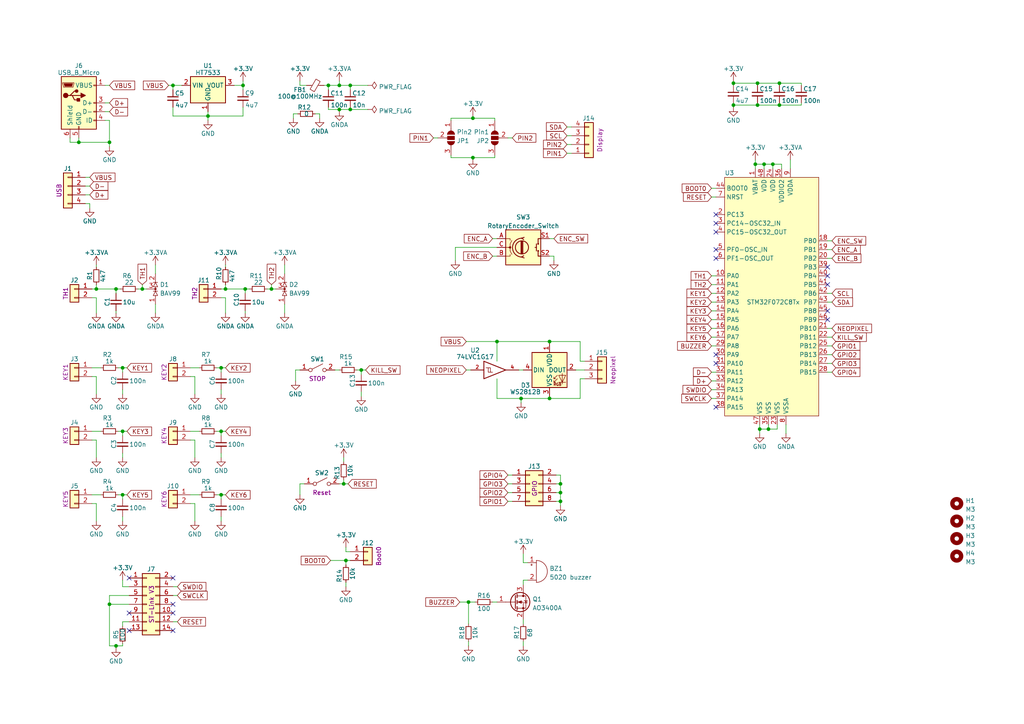
<source format=kicad_sch>
(kicad_sch (version 20230121) (generator eeschema)

  (uuid 79976d84-8f91-4d37-9c84-30893cab9eeb)

  (paper "A4")

  (title_block
    (title "V0 McDisplay")
    (date "2022-10-24")
    (rev "1.0")
  )

  


  (junction (at 60.325 33.655) (diameter 0) (color 0 0 0 0)
    (uuid 0220e260-061b-420b-a6df-891e1ce26009)
  )
  (junction (at 104.775 107.315) (diameter 0) (color 0 0 0 0)
    (uuid 10f3cd3a-88dd-4a8c-b316-01f7ab9c0ae5)
  )
  (junction (at 98.425 24.765) (diameter 0) (color 0 0 0 0)
    (uuid 1409dacc-bd6b-467f-900a-4acd22bb6a35)
  )
  (junction (at 101.6 31.75) (diameter 0) (color 0 0 0 0)
    (uuid 165d4e12-22c6-4bdf-9ede-0890197a73fd)
  )
  (junction (at 70.485 24.765) (diameter 0) (color 0 0 0 0)
    (uuid 1a7bb335-5543-4c67-9aad-65da5d5b7e0f)
  )
  (junction (at 95.25 24.765) (diameter 0) (color 0 0 0 0)
    (uuid 1ef27ea9-f7be-4238-8b33-7ff66216655b)
  )
  (junction (at 100.33 162.56) (diameter 0) (color 0 0 0 0)
    (uuid 36c97575-4957-4c7b-8ca3-327f6037b31a)
  )
  (junction (at 64.135 125.095) (diameter 0) (color 0 0 0 0)
    (uuid 3b4bbbaa-010e-48c4-b47c-e9244a13186f)
  )
  (junction (at 99.695 140.335) (diameter 0) (color 0 0 0 0)
    (uuid 42b49d46-d7ad-4c37-a442-98581f68c372)
  )
  (junction (at 101.6 24.765) (diameter 0) (color 0 0 0 0)
    (uuid 43e826b5-5bd8-48ce-9aa1-73ef5574478d)
  )
  (junction (at 64.135 143.51) (diameter 0) (color 0 0 0 0)
    (uuid 4a3e331b-07cc-4a0f-86d1-17fe93adb80f)
  )
  (junction (at 162.56 145.415) (diameter 0) (color 0 0 0 0)
    (uuid 51dfc8b5-7711-417d-9f1f-45c19956070e)
  )
  (junction (at 33.655 187.325) (diameter 0) (color 0 0 0 0)
    (uuid 5800ddc8-a077-4491-9339-7bd8aca70c75)
  )
  (junction (at 221.615 47.625) (diameter 0) (color 0 0 0 0)
    (uuid 5d95a4a0-bf2b-4e86-9b22-cae976180ed5)
  )
  (junction (at 35.56 106.68) (diameter 0) (color 0 0 0 0)
    (uuid 5eb9247f-74f2-4048-a5d4-e18772feec32)
  )
  (junction (at 71.12 83.82) (diameter 0) (color 0 0 0 0)
    (uuid 6355abff-8354-43e4-906e-a8dea9cd11af)
  )
  (junction (at 35.56 125.095) (diameter 0) (color 0 0 0 0)
    (uuid 642e2721-db0f-40f6-ab17-c89791edde62)
  )
  (junction (at 78.74 83.82) (diameter 0) (color 0 0 0 0)
    (uuid 68f29285-ccd7-4ec6-a975-d50337d27999)
  )
  (junction (at 226.06 24.13) (diameter 0) (color 0 0 0 0)
    (uuid 6f4ec513-9127-406d-ae13-5f3ffe0bf64b)
  )
  (junction (at 27.94 83.82) (diameter 0) (color 0 0 0 0)
    (uuid 76bba421-2622-46db-947f-b990f04f7691)
  )
  (junction (at 33.655 83.82) (diameter 0) (color 0 0 0 0)
    (uuid 77d46c87-1e07-4a79-b71e-6dcc9fe445bc)
  )
  (junction (at 98.425 31.75) (diameter 0) (color 0 0 0 0)
    (uuid 7c6feb1d-f75b-49ad-83a9-cb43a9f92372)
  )
  (junction (at 64.135 106.68) (diameter 0) (color 0 0 0 0)
    (uuid 7f98481f-2ff5-4887-9eef-41b4f5b73042)
  )
  (junction (at 159.385 99.06) (diameter 0) (color 0 0 0 0)
    (uuid 80b4dbd5-42c7-4477-851d-02a675c0cc37)
  )
  (junction (at 212.725 24.13) (diameter 0) (color 0 0 0 0)
    (uuid 89695990-99f6-42bc-8e48-5a2d04a8ef4a)
  )
  (junction (at 41.275 83.82) (diameter 0) (color 0 0 0 0)
    (uuid 8e51f6b4-90ab-4da0-9eb0-36ad21af3c66)
  )
  (junction (at 137.16 34.29) (diameter 0) (color 0 0 0 0)
    (uuid 8edb475b-abbf-4e4c-9515-f6488bcbd5fe)
  )
  (junction (at 219.71 24.13) (diameter 0) (color 0 0 0 0)
    (uuid 926301ca-987a-447d-bb79-03486c4f1421)
  )
  (junction (at 135.89 174.625) (diameter 0) (color 0 0 0 0)
    (uuid 9809002f-e991-4876-abd9-bafd7e39202f)
  )
  (junction (at 137.16 45.72) (diameter 0) (color 0 0 0 0)
    (uuid 99abfa82-7b98-4ad5-b0dc-cfe2aa5a5b83)
  )
  (junction (at 65.405 83.82) (diameter 0) (color 0 0 0 0)
    (uuid 9c6c4f20-3be7-4b33-8deb-ba0ded099359)
  )
  (junction (at 226.06 30.48) (diameter 0) (color 0 0 0 0)
    (uuid a04aaba5-187f-42b3-a19c-84deed0bfb20)
  )
  (junction (at 151.13 115.57) (diameter 0) (color 0 0 0 0)
    (uuid a6256e66-7c74-4691-828f-6813b7f6ff87)
  )
  (junction (at 31.75 175.26) (diameter 0) (color 0 0 0 0)
    (uuid ab3dd0f7-4662-40e6-883d-c7b5095033fc)
  )
  (junction (at 222.885 124.46) (diameter 0) (color 0 0 0 0)
    (uuid b151459d-79f0-48ef-8744-7df8b7a84239)
  )
  (junction (at 219.71 30.48) (diameter 0) (color 0 0 0 0)
    (uuid b5bd0229-e4c7-48b2-a13a-706091b7af9a)
  )
  (junction (at 224.155 47.625) (diameter 0) (color 0 0 0 0)
    (uuid bdafd286-842c-4283-95f0-87c41b21602c)
  )
  (junction (at 50.165 24.765) (diameter 0) (color 0 0 0 0)
    (uuid bea7b35a-ccb8-4d50-b653-094463a188fe)
  )
  (junction (at 220.345 124.46) (diameter 0) (color 0 0 0 0)
    (uuid cc2a9966-7cde-43b1-af1e-30e51575abd3)
  )
  (junction (at 31.75 41.275) (diameter 0) (color 0 0 0 0)
    (uuid ce2265e5-18fa-4cab-9df6-33b24449332a)
  )
  (junction (at 144.145 99.06) (diameter 0) (color 0 0 0 0)
    (uuid cebf2c03-60a2-4f3b-a215-3942ab27a5e8)
  )
  (junction (at 162.56 140.335) (diameter 0) (color 0 0 0 0)
    (uuid d5b13195-66d4-4c11-b371-2b965c5ed155)
  )
  (junction (at 35.56 143.51) (diameter 0) (color 0 0 0 0)
    (uuid de92bea8-6060-4b44-b4c7-dbfbc72e71b6)
  )
  (junction (at 212.725 30.48) (diameter 0) (color 0 0 0 0)
    (uuid e0c3c183-d6ee-4eb6-9018-8c5413c689ef)
  )
  (junction (at 162.56 142.875) (diameter 0) (color 0 0 0 0)
    (uuid ed46d8a9-7c40-4ddf-8234-17bff3486029)
  )
  (junction (at 219.075 47.625) (diameter 0) (color 0 0 0 0)
    (uuid f5c2bd03-5700-4fa7-b419-2847594e4d68)
  )
  (junction (at 159.385 115.57) (diameter 0) (color 0 0 0 0)
    (uuid f7ba8703-cc72-4a89-8eff-32e24d6cc932)
  )
  (junction (at 22.86 41.275) (diameter 0) (color 0 0 0 0)
    (uuid fc97f04f-207c-4761-bf00-d25f7343664e)
  )

  (no_connect (at 207.645 102.87) (uuid 5d9ea2bf-f51f-4e90-b6b9-f18190d9bd71))
  (no_connect (at 207.645 105.41) (uuid 5d9ea2bf-f51f-4e90-b6b9-f18190d9bd72))
  (no_connect (at 240.03 90.17) (uuid 5d9ea2bf-f51f-4e90-b6b9-f18190d9bd73))
  (no_connect (at 240.03 82.55) (uuid 5d9ea2bf-f51f-4e90-b6b9-f18190d9bd74))
  (no_connect (at 240.03 80.01) (uuid 5d9ea2bf-f51f-4e90-b6b9-f18190d9bd75))
  (no_connect (at 240.03 77.47) (uuid 5d9ea2bf-f51f-4e90-b6b9-f18190d9bd76))
  (no_connect (at 240.03 92.71) (uuid 5d9ea2bf-f51f-4e90-b6b9-f18190d9bd77))
  (no_connect (at 207.645 62.23) (uuid 5d9ea2bf-f51f-4e90-b6b9-f18190d9bd78))
  (no_connect (at 207.645 64.77) (uuid 5d9ea2bf-f51f-4e90-b6b9-f18190d9bd79))
  (no_connect (at 207.645 67.31) (uuid 5d9ea2bf-f51f-4e90-b6b9-f18190d9bd7a))
  (no_connect (at 207.645 72.39) (uuid 5d9ea2bf-f51f-4e90-b6b9-f18190d9bd7b))
  (no_connect (at 207.645 74.93) (uuid 5d9ea2bf-f51f-4e90-b6b9-f18190d9bd7c))
  (no_connect (at 37.465 177.8) (uuid 8628bcd6-49fb-4e70-9b0f-25c27210579c))
  (no_connect (at 37.465 182.88) (uuid 8628bcd6-49fb-4e70-9b0f-25c27210579d))
  (no_connect (at 50.165 182.88) (uuid 8628bcd6-49fb-4e70-9b0f-25c27210579e))
  (no_connect (at 50.165 177.8) (uuid 8628bcd6-49fb-4e70-9b0f-25c27210579f))
  (no_connect (at 50.165 175.26) (uuid 8628bcd6-49fb-4e70-9b0f-25c2721057a0))
  (no_connect (at 50.165 167.64) (uuid 8628bcd6-49fb-4e70-9b0f-25c2721057a1))
  (no_connect (at 37.465 167.64) (uuid 8628bcd6-49fb-4e70-9b0f-25c2721057a2))
  (no_connect (at 207.645 118.11) (uuid ef48bc89-1cec-4ae2-9214-5f156911e127))

  (wire (pts (xy 56.515 151.13) (xy 56.515 146.05))
    (stroke (width 0) (type default))
    (uuid 00aabeca-3174-4cb9-8b63-9311f87a2519)
  )
  (wire (pts (xy 130.81 45.085) (xy 130.81 45.72))
    (stroke (width 0) (type default))
    (uuid 01b63df4-bcf8-4968-ad09-3368cf3b115c)
  )
  (wire (pts (xy 212.725 30.48) (xy 212.725 31.115))
    (stroke (width 0) (type default))
    (uuid 021e8c16-b0af-4324-a079-b999f807ffa1)
  )
  (wire (pts (xy 147.32 142.875) (xy 148.59 142.875))
    (stroke (width 0) (type default))
    (uuid 02d767e2-5ab8-44f0-b0ee-1d0e511b3c7c)
  )
  (wire (pts (xy 212.725 24.13) (xy 212.725 24.765))
    (stroke (width 0) (type default))
    (uuid 03c649f5-b11e-43e2-a539-ed7852c858af)
  )
  (wire (pts (xy 135.255 99.06) (xy 144.145 99.06))
    (stroke (width 0) (type default))
    (uuid 03d7cc02-9062-4a09-abbf-33c005ca66e0)
  )
  (wire (pts (xy 206.375 80.01) (xy 207.645 80.01))
    (stroke (width 0) (type default))
    (uuid 046d6c41-efa4-4999-85e6-6fd5cd3478ef)
  )
  (wire (pts (xy 70.485 24.765) (xy 70.485 23.495))
    (stroke (width 0) (type default))
    (uuid 06c9acf6-f83a-4c32-9c70-a57e22c3ab14)
  )
  (wire (pts (xy 147.32 40.005) (xy 148.59 40.005))
    (stroke (width 0) (type default))
    (uuid 08c87024-df76-46c5-926b-29691ebcf535)
  )
  (wire (pts (xy 206.375 82.55) (xy 207.645 82.55))
    (stroke (width 0) (type default))
    (uuid 08f5f3a3-ee13-4d0d-ae72-8ab5e5ce62ee)
  )
  (wire (pts (xy 86.995 140.335) (xy 86.995 143.51))
    (stroke (width 0) (type default))
    (uuid 0ba227ec-cee6-4808-b77a-67d51f76ca46)
  )
  (wire (pts (xy 40.005 83.82) (xy 41.275 83.82))
    (stroke (width 0) (type default))
    (uuid 0bf8eebe-c7a8-454e-a2b8-7f46feda5415)
  )
  (wire (pts (xy 62.865 106.68) (xy 64.135 106.68))
    (stroke (width 0) (type default))
    (uuid 0c21edeb-7ff6-4933-aaee-997617952b55)
  )
  (wire (pts (xy 225.425 123.19) (xy 225.425 124.46))
    (stroke (width 0) (type default))
    (uuid 0cfca638-9d9e-4a13-a246-bf3cc545108a)
  )
  (wire (pts (xy 95.25 31.75) (xy 98.425 31.75))
    (stroke (width 0) (type default))
    (uuid 0e656df1-fef5-44a8-a974-9bc1f8f766ee)
  )
  (wire (pts (xy 221.615 47.625) (xy 219.075 47.625))
    (stroke (width 0) (type default))
    (uuid 11033c76-88a1-42ef-a12b-7e31b7525ee6)
  )
  (wire (pts (xy 159.385 99.06) (xy 159.385 99.695))
    (stroke (width 0) (type default))
    (uuid 118fdd3a-d1d1-483b-9575-36c6e27d230e)
  )
  (wire (pts (xy 56.515 132.715) (xy 56.515 127.635))
    (stroke (width 0) (type default))
    (uuid 11a676fc-2ee1-4aa7-9b31-f558837f6d85)
  )
  (wire (pts (xy 31.75 34.925) (xy 31.75 41.275))
    (stroke (width 0) (type default))
    (uuid 12d5da01-dcbc-409d-b0bd-60c00a9e1ce9)
  )
  (wire (pts (xy 151.765 186.055) (xy 151.765 187.325))
    (stroke (width 0) (type default))
    (uuid 13516da1-d289-4fee-b1f8-a714983cccd4)
  )
  (wire (pts (xy 159.385 69.215) (xy 160.655 69.215))
    (stroke (width 0) (type default))
    (uuid 1516340c-7813-4a23-bbe1-1364bc48cbf3)
  )
  (wire (pts (xy 147.32 145.415) (xy 148.59 145.415))
    (stroke (width 0) (type default))
    (uuid 152d4deb-72c2-491a-80f3-da2efca39d0f)
  )
  (wire (pts (xy 169.545 104.775) (xy 168.275 104.775))
    (stroke (width 0) (type default))
    (uuid 162d1c99-be20-4551-a0e2-497db25a2acc)
  )
  (wire (pts (xy 100.33 160.02) (xy 101.6 160.02))
    (stroke (width 0) (type default))
    (uuid 16599dcc-d9b2-4414-89cc-bc8feadaa67c)
  )
  (wire (pts (xy 168.275 109.855) (xy 169.545 109.855))
    (stroke (width 0) (type default))
    (uuid 1693e165-b331-4c8c-80c4-6d74ffd6fdb4)
  )
  (wire (pts (xy 100.33 162.56) (xy 100.33 163.83))
    (stroke (width 0) (type default))
    (uuid 180eaed8-3566-44f3-941c-4e8d6df4da33)
  )
  (wire (pts (xy 206.375 115.57) (xy 207.645 115.57))
    (stroke (width 0) (type default))
    (uuid 1b7945da-f2cb-405b-8ce4-75ca1c5dba8d)
  )
  (wire (pts (xy 41.275 83.82) (xy 42.545 83.82))
    (stroke (width 0) (type default))
    (uuid 1b97dcc5-6d24-41cc-9821-60d5638274a7)
  )
  (wire (pts (xy 219.71 24.13) (xy 219.71 24.765))
    (stroke (width 0) (type default))
    (uuid 1c340598-46cc-45de-b09e-f51246f1b002)
  )
  (wire (pts (xy 27.94 127.635) (xy 26.67 127.635))
    (stroke (width 0) (type default))
    (uuid 1c82b0cf-11d7-4dab-b51e-50e8e9f270b5)
  )
  (wire (pts (xy 240.03 97.79) (xy 241.3 97.79))
    (stroke (width 0) (type default))
    (uuid 1cde744e-d5fb-4c01-8fb5-dc22837192c1)
  )
  (wire (pts (xy 71.12 83.82) (xy 71.12 85.09))
    (stroke (width 0) (type default))
    (uuid 1ce5e46d-d17b-42d3-bc2e-3159b655447f)
  )
  (wire (pts (xy 206.375 100.33) (xy 207.645 100.33))
    (stroke (width 0) (type default))
    (uuid 1d711b5b-b94d-46fc-8f84-5bdfe01eeb9e)
  )
  (wire (pts (xy 33.655 83.82) (xy 33.655 85.09))
    (stroke (width 0) (type default))
    (uuid 1d95f8af-053d-4b84-94c6-f74e3f50b624)
  )
  (wire (pts (xy 100.33 168.91) (xy 100.33 170.18))
    (stroke (width 0) (type default))
    (uuid 1db89d6d-f3d5-4f5e-aa52-9c73ba0dbe6b)
  )
  (wire (pts (xy 232.41 30.48) (xy 226.06 30.48))
    (stroke (width 0) (type default))
    (uuid 1dc3c819-dcd6-4034-a0fc-910db6593c04)
  )
  (wire (pts (xy 27.94 86.36) (xy 26.67 86.36))
    (stroke (width 0) (type default))
    (uuid 2141d0e8-0ffb-4aeb-b1c6-507c3374d574)
  )
  (wire (pts (xy 55.245 125.095) (xy 57.785 125.095))
    (stroke (width 0) (type default))
    (uuid 2165b140-beb7-48c5-8daa-df559a08d00d)
  )
  (wire (pts (xy 95.25 24.765) (xy 95.25 26.035))
    (stroke (width 0) (type default))
    (uuid 219ba52f-2629-4b1e-9012-306fabb59b94)
  )
  (wire (pts (xy 161.29 137.795) (xy 162.56 137.795))
    (stroke (width 0) (type default))
    (uuid 23f6d062-eead-4cf2-9a36-bbe73de45fa3)
  )
  (wire (pts (xy 30.48 24.765) (xy 31.75 24.765))
    (stroke (width 0) (type default))
    (uuid 23f975c0-4069-4c4f-b1de-bf62b26e0d78)
  )
  (wire (pts (xy 206.375 113.03) (xy 207.645 113.03))
    (stroke (width 0) (type default))
    (uuid 24a9ac84-a8b4-4cf6-a350-8e2d538324da)
  )
  (wire (pts (xy 82.55 88.265) (xy 82.55 90.805))
    (stroke (width 0) (type default))
    (uuid 24f07cd3-df17-41f9-b143-cc323af6c316)
  )
  (wire (pts (xy 225.425 124.46) (xy 222.885 124.46))
    (stroke (width 0) (type default))
    (uuid 25e0f18e-4555-413c-a81a-bb1f754916eb)
  )
  (wire (pts (xy 26.67 83.82) (xy 27.94 83.82))
    (stroke (width 0) (type default))
    (uuid 2681f51b-083f-4b94-8b32-8bccb2f00249)
  )
  (wire (pts (xy 24.765 59.055) (xy 26.035 59.055))
    (stroke (width 0) (type default))
    (uuid 268bc98c-80ff-4e4b-8b45-ac54d922a201)
  )
  (wire (pts (xy 35.56 168.275) (xy 35.56 170.18))
    (stroke (width 0) (type default))
    (uuid 280ce43a-4105-4c4d-9ced-e036b6d70130)
  )
  (wire (pts (xy 56.515 114.3) (xy 56.515 109.22))
    (stroke (width 0) (type default))
    (uuid 2836baa8-807c-4552-b0a9-d3943126877f)
  )
  (wire (pts (xy 97.155 107.315) (xy 98.425 107.315))
    (stroke (width 0) (type default))
    (uuid 29612022-cc21-4e75-8766-4227fbf2d742)
  )
  (wire (pts (xy 226.06 24.13) (xy 219.71 24.13))
    (stroke (width 0) (type default))
    (uuid 2a0a124b-518b-4a56-992d-43b1c877b734)
  )
  (wire (pts (xy 151.765 168.275) (xy 153.035 168.275))
    (stroke (width 0) (type default))
    (uuid 2a4310d4-aff4-4d4c-aa5d-ff74a665613c)
  )
  (wire (pts (xy 45.085 76.835) (xy 45.085 79.375))
    (stroke (width 0) (type default))
    (uuid 2ae59b7c-229a-4977-916a-99b283b9c4cb)
  )
  (wire (pts (xy 95.25 31.115) (xy 95.25 31.75))
    (stroke (width 0) (type default))
    (uuid 2c47e52f-a6a1-40f9-9968-f6eacb1522e8)
  )
  (wire (pts (xy 159.385 114.935) (xy 159.385 115.57))
    (stroke (width 0) (type default))
    (uuid 2cd74a8a-d8f1-4017-9676-9bf784579ff8)
  )
  (wire (pts (xy 101.6 31.75) (xy 106.68 31.75))
    (stroke (width 0) (type default))
    (uuid 2d32e6ae-a04b-4858-8e07-fd7dfdee221a)
  )
  (wire (pts (xy 219.075 46.355) (xy 219.075 47.625))
    (stroke (width 0) (type default))
    (uuid 2dd1b0aa-f5d1-4c78-9f9d-1992313d4807)
  )
  (wire (pts (xy 212.725 29.845) (xy 212.725 30.48))
    (stroke (width 0) (type default))
    (uuid 307309ad-2c17-4e55-85b2-8b250accd7be)
  )
  (wire (pts (xy 34.29 143.51) (xy 35.56 143.51))
    (stroke (width 0) (type default))
    (uuid 32254d0c-c6d4-4f95-a72b-dfea6c960aa2)
  )
  (wire (pts (xy 151.13 115.57) (xy 159.385 115.57))
    (stroke (width 0) (type default))
    (uuid 33157e89-635c-4885-8e8a-eae0e64712da)
  )
  (wire (pts (xy 159.385 74.295) (xy 160.655 74.295))
    (stroke (width 0) (type default))
    (uuid 334abcb6-acc8-4fbe-bafa-50f679165a99)
  )
  (wire (pts (xy 26.67 125.095) (xy 29.21 125.095))
    (stroke (width 0) (type default))
    (uuid 337d04ff-9611-494a-9ff6-8613e8153ef7)
  )
  (wire (pts (xy 35.56 131.445) (xy 35.56 132.715))
    (stroke (width 0) (type default))
    (uuid 36ba9318-8ec5-49f6-9a56-91bb281532e1)
  )
  (wire (pts (xy 27.94 76.835) (xy 27.94 77.47))
    (stroke (width 0) (type default))
    (uuid 390a2deb-dd82-4a43-8d34-8aa8f2aa1681)
  )
  (wire (pts (xy 88.265 140.335) (xy 86.995 140.335))
    (stroke (width 0) (type default))
    (uuid 391d46db-304d-4c28-80cf-6eaf2d8797a8)
  )
  (wire (pts (xy 240.03 105.41) (xy 241.3 105.41))
    (stroke (width 0) (type default))
    (uuid 3be6c0b5-d520-4f88-826e-b60907e542b6)
  )
  (wire (pts (xy 35.56 149.86) (xy 35.56 151.13))
    (stroke (width 0) (type default))
    (uuid 3c526efa-6be6-4ca0-a42e-c1e29230ee42)
  )
  (wire (pts (xy 222.885 124.46) (xy 220.345 124.46))
    (stroke (width 0) (type default))
    (uuid 3ca9d6be-2bdd-454e-abc4-750d40012096)
  )
  (wire (pts (xy 60.325 33.655) (xy 70.485 33.655))
    (stroke (width 0) (type default))
    (uuid 3d884453-9654-4117-8c8b-a16b71a905dc)
  )
  (wire (pts (xy 164.465 44.45) (xy 165.735 44.45))
    (stroke (width 0) (type default))
    (uuid 3dc8d9da-6ba8-4d4a-8b6a-59c5fe0a08ba)
  )
  (wire (pts (xy 219.71 24.13) (xy 212.725 24.13))
    (stroke (width 0) (type default))
    (uuid 3e5ccf94-ce8c-4f63-ac33-afe9427cf37d)
  )
  (wire (pts (xy 65.405 86.36) (xy 64.135 86.36))
    (stroke (width 0) (type default))
    (uuid 3ead846c-f429-46d3-9064-3a23995362a8)
  )
  (wire (pts (xy 50.165 24.765) (xy 52.705 24.765))
    (stroke (width 0) (type default))
    (uuid 3ef09023-9351-4d1b-938f-89c4850dff93)
  )
  (wire (pts (xy 206.375 90.17) (xy 207.645 90.17))
    (stroke (width 0) (type default))
    (uuid 3fceab2e-8476-40cf-b52c-54c3b09e33f5)
  )
  (wire (pts (xy 64.135 131.445) (xy 64.135 132.715))
    (stroke (width 0) (type default))
    (uuid 418b711d-52a2-4b0c-8d80-8628c25f8a1e)
  )
  (wire (pts (xy 45.085 88.265) (xy 45.085 90.805))
    (stroke (width 0) (type default))
    (uuid 4192b171-6552-4f65-b89b-28512cb973d2)
  )
  (wire (pts (xy 137.16 45.72) (xy 137.16 46.355))
    (stroke (width 0) (type default))
    (uuid 41ba74a1-5360-4d58-85f1-860bb5a77053)
  )
  (wire (pts (xy 64.135 113.03) (xy 64.135 114.3))
    (stroke (width 0) (type default))
    (uuid 41efdb02-fe34-4850-ad89-0c9cc2924464)
  )
  (wire (pts (xy 64.135 83.82) (xy 65.405 83.82))
    (stroke (width 0) (type default))
    (uuid 42dd3600-27df-4809-92a2-8c1b55e59759)
  )
  (wire (pts (xy 30.48 34.925) (xy 31.75 34.925))
    (stroke (width 0) (type default))
    (uuid 44f8ea39-e982-4e42-8e2f-cb14d45fbdc7)
  )
  (wire (pts (xy 35.56 187.325) (xy 35.56 186.69))
    (stroke (width 0) (type default))
    (uuid 452beeda-56e6-4b93-818a-c6c373b3c46a)
  )
  (wire (pts (xy 85.09 34.29) (xy 85.09 33.02))
    (stroke (width 0) (type default))
    (uuid 45535240-17b2-4531-95e0-849431087235)
  )
  (wire (pts (xy 50.165 180.34) (xy 51.435 180.34))
    (stroke (width 0) (type default))
    (uuid 46201563-2b66-4f1c-9755-a2c66502f7c5)
  )
  (wire (pts (xy 99.695 139.065) (xy 99.695 140.335))
    (stroke (width 0) (type default))
    (uuid 46bc22f5-81d4-4eba-a6f5-94e1ce7936d4)
  )
  (wire (pts (xy 35.56 143.51) (xy 36.83 143.51))
    (stroke (width 0) (type default))
    (uuid 473c07b8-9010-4ddd-98bc-f1fc33d3553c)
  )
  (wire (pts (xy 70.485 24.765) (xy 70.485 26.035))
    (stroke (width 0) (type default))
    (uuid 4770858a-4110-4d30-943c-3e16420fea33)
  )
  (wire (pts (xy 144.145 99.06) (xy 159.385 99.06))
    (stroke (width 0) (type default))
    (uuid 47e41fbc-b26f-4826-80ae-89d415cf8fa8)
  )
  (wire (pts (xy 35.56 180.34) (xy 35.56 181.61))
    (stroke (width 0) (type default))
    (uuid 492c05ec-9dae-40d4-b09c-021bdc8c0d6f)
  )
  (wire (pts (xy 86.995 107.315) (xy 85.725 107.315))
    (stroke (width 0) (type default))
    (uuid 4b79c396-726d-47e5-ac89-c689dfa80357)
  )
  (wire (pts (xy 22.86 40.005) (xy 22.86 41.275))
    (stroke (width 0) (type default))
    (uuid 4c57f90b-d23f-4063-b5df-3678aedd4149)
  )
  (wire (pts (xy 48.895 24.765) (xy 50.165 24.765))
    (stroke (width 0) (type default))
    (uuid 4e825871-7ae8-4943-a004-0e5cd3635a1f)
  )
  (wire (pts (xy 95.885 162.56) (xy 100.33 162.56))
    (stroke (width 0) (type default))
    (uuid 50385451-c8ab-433c-96d7-a522e14ca2cd)
  )
  (wire (pts (xy 143.51 34.29) (xy 143.51 34.925))
    (stroke (width 0) (type default))
    (uuid 50e60928-bcef-4125-8419-aca8993baab1)
  )
  (wire (pts (xy 135.255 107.315) (xy 136.525 107.315))
    (stroke (width 0) (type default))
    (uuid 51d675be-6262-4e1c-a4b5-ac31c5e640fc)
  )
  (wire (pts (xy 27.94 109.22) (xy 26.67 109.22))
    (stroke (width 0) (type default))
    (uuid 51dd4a4c-4473-4516-9b6e-1848bdcf028f)
  )
  (wire (pts (xy 24.765 53.975) (xy 26.035 53.975))
    (stroke (width 0) (type default))
    (uuid 52796064-5773-4861-b780-3aa841d35fe8)
  )
  (wire (pts (xy 24.765 51.435) (xy 26.035 51.435))
    (stroke (width 0) (type default))
    (uuid 52e0cdc5-336d-4d3b-9a3b-f6929f0e4a11)
  )
  (wire (pts (xy 125.73 40.005) (xy 127 40.005))
    (stroke (width 0) (type default))
    (uuid 53b377d8-988c-4948-a51c-1f6e86e871f8)
  )
  (wire (pts (xy 35.56 170.18) (xy 37.465 170.18))
    (stroke (width 0) (type default))
    (uuid 53e899c8-a6ba-4491-868d-e1d29f09fb3c)
  )
  (wire (pts (xy 64.135 143.51) (xy 65.405 143.51))
    (stroke (width 0) (type default))
    (uuid 54d7eb13-830b-46cb-b5a2-8c1154e99919)
  )
  (wire (pts (xy 41.275 82.55) (xy 41.275 83.82))
    (stroke (width 0) (type default))
    (uuid 55b23cbf-d6e3-43e0-9024-6b1e78e3e7eb)
  )
  (wire (pts (xy 24.765 56.515) (xy 26.035 56.515))
    (stroke (width 0) (type default))
    (uuid 571b94f7-c0d6-401a-82fc-6e02088e37b3)
  )
  (wire (pts (xy 64.135 143.51) (xy 64.135 144.78))
    (stroke (width 0) (type default))
    (uuid 5750b0de-c1cf-475c-bbce-10a0b194a478)
  )
  (wire (pts (xy 64.135 125.095) (xy 65.405 125.095))
    (stroke (width 0) (type default))
    (uuid 577edfab-a079-4c0a-b0ff-6234c418dff2)
  )
  (wire (pts (xy 62.865 125.095) (xy 64.135 125.095))
    (stroke (width 0) (type default))
    (uuid 586a5b9b-d927-4c7c-b2a3-cbf42c0bf7f3)
  )
  (wire (pts (xy 56.515 127.635) (xy 55.245 127.635))
    (stroke (width 0) (type default))
    (uuid 58e4ae1d-1be2-41df-a04d-77f670794a04)
  )
  (wire (pts (xy 78.74 82.55) (xy 78.74 83.82))
    (stroke (width 0) (type default))
    (uuid 5a4c159c-b118-415a-989b-87fcd60df9c0)
  )
  (wire (pts (xy 220.345 123.19) (xy 220.345 124.46))
    (stroke (width 0) (type default))
    (uuid 5ae57af6-e538-46d4-8152-bf201c02b1f3)
  )
  (wire (pts (xy 162.56 145.415) (xy 162.56 146.685))
    (stroke (width 0) (type default))
    (uuid 5b6a8682-dade-413c-b319-d38f65513a78)
  )
  (wire (pts (xy 95.25 24.765) (xy 98.425 24.765))
    (stroke (width 0) (type default))
    (uuid 5c038e8c-304d-45bd-b4c6-5d39a553fce5)
  )
  (wire (pts (xy 219.075 47.625) (xy 219.075 48.895))
    (stroke (width 0) (type default))
    (uuid 5c26b5c4-9073-4a66-9942-fc790e58d8f1)
  )
  (wire (pts (xy 64.135 149.86) (xy 64.135 151.13))
    (stroke (width 0) (type default))
    (uuid 5c8fa4ac-7abc-4d73-a97c-4d3c46915f76)
  )
  (wire (pts (xy 35.56 106.68) (xy 36.83 106.68))
    (stroke (width 0) (type default))
    (uuid 5d1e1a5f-3c57-42dd-bde9-c81ae2441190)
  )
  (wire (pts (xy 55.245 106.68) (xy 57.785 106.68))
    (stroke (width 0) (type default))
    (uuid 5dc83004-ff4a-4ff0-b0e5-55d1e0a460f2)
  )
  (wire (pts (xy 220.345 124.46) (xy 220.345 125.73))
    (stroke (width 0) (type default))
    (uuid 5ea1bab6-088d-47e8-9f23-cfe2c7dd9ab0)
  )
  (wire (pts (xy 67.945 24.765) (xy 70.485 24.765))
    (stroke (width 0) (type default))
    (uuid 5f94c688-5598-4f4e-928b-38ee2aaf3137)
  )
  (wire (pts (xy 70.485 33.655) (xy 70.485 31.115))
    (stroke (width 0) (type default))
    (uuid 60349bb6-d2e0-4c3c-8e88-cfb2f5782a9c)
  )
  (wire (pts (xy 206.375 87.63) (xy 207.645 87.63))
    (stroke (width 0) (type default))
    (uuid 60c3aedd-1d62-4e80-aa04-323b3e332939)
  )
  (wire (pts (xy 161.29 142.875) (xy 162.56 142.875))
    (stroke (width 0) (type default))
    (uuid 60df6a75-4189-4a8f-84ed-d5e7c1b57845)
  )
  (wire (pts (xy 206.375 95.25) (xy 207.645 95.25))
    (stroke (width 0) (type default))
    (uuid 61a4d53d-5613-4fd2-81bc-ae6ed358f2c7)
  )
  (wire (pts (xy 31.75 41.275) (xy 31.75 42.545))
    (stroke (width 0) (type default))
    (uuid 61c001b0-8d1e-457b-abb7-18b62d0098ff)
  )
  (wire (pts (xy 226.695 47.625) (xy 224.155 47.625))
    (stroke (width 0) (type default))
    (uuid 646503b2-e708-41db-ad47-a61a3e1b430e)
  )
  (wire (pts (xy 164.465 36.83) (xy 165.735 36.83))
    (stroke (width 0) (type default))
    (uuid 64a06435-5c13-47bc-856f-bdcb862f93e6)
  )
  (wire (pts (xy 55.245 143.51) (xy 57.785 143.51))
    (stroke (width 0) (type default))
    (uuid 64c42771-05b1-4466-ad11-b61d1edfbf4c)
  )
  (wire (pts (xy 142.875 174.625) (xy 144.145 174.625))
    (stroke (width 0) (type default))
    (uuid 6522ca2c-b2b8-434f-a4b1-4637aefc53f0)
  )
  (wire (pts (xy 31.75 172.72) (xy 31.75 175.26))
    (stroke (width 0) (type default))
    (uuid 66180810-a7e8-444b-900f-5f1f0a805983)
  )
  (wire (pts (xy 33.655 90.17) (xy 33.655 90.805))
    (stroke (width 0) (type default))
    (uuid 67fe45c3-aba1-44c4-a340-39a02cdd485a)
  )
  (wire (pts (xy 64.135 106.68) (xy 65.405 106.68))
    (stroke (width 0) (type default))
    (uuid 68a9d5a6-ce44-481c-8a38-6a0ab7aea8c6)
  )
  (wire (pts (xy 144.145 71.755) (xy 132.08 71.755))
    (stroke (width 0) (type default))
    (uuid 68c991b6-a074-4ec5-a19b-bb43e0b3231c)
  )
  (wire (pts (xy 93.98 24.765) (xy 95.25 24.765))
    (stroke (width 0) (type default))
    (uuid 6a41b91a-dfbe-43ac-aae9-2f892d097f55)
  )
  (wire (pts (xy 222.885 123.19) (xy 222.885 124.46))
    (stroke (width 0) (type default))
    (uuid 6a8cd4fd-fa79-41c7-b922-eb6c8822f98c)
  )
  (wire (pts (xy 212.725 23.495) (xy 212.725 24.13))
    (stroke (width 0) (type default))
    (uuid 6ac484f6-f3a1-41bb-8a03-8c4da4c8d97d)
  )
  (wire (pts (xy 56.515 109.22) (xy 55.245 109.22))
    (stroke (width 0) (type default))
    (uuid 6b2795d5-10ce-4474-94e5-c5b74bfc8372)
  )
  (wire (pts (xy 34.29 106.68) (xy 35.56 106.68))
    (stroke (width 0) (type default))
    (uuid 6bb98df9-716c-4eeb-8d00-3a3495eadfc3)
  )
  (wire (pts (xy 153.035 163.195) (xy 151.765 163.195))
    (stroke (width 0) (type default))
    (uuid 6bbd7d0f-dfac-4027-8b23-de4789556c1e)
  )
  (wire (pts (xy 65.405 82.55) (xy 65.405 83.82))
    (stroke (width 0) (type default))
    (uuid 6bbe0912-ae11-4b19-82a9-6e1830652d5e)
  )
  (wire (pts (xy 27.94 90.805) (xy 27.94 86.36))
    (stroke (width 0) (type default))
    (uuid 6d941b4a-e8a5-461f-b016-aba781e29410)
  )
  (wire (pts (xy 62.865 143.51) (xy 64.135 143.51))
    (stroke (width 0) (type default))
    (uuid 6e7f55f8-8ec6-4093-b499-15f6ad510ba6)
  )
  (wire (pts (xy 226.06 30.48) (xy 219.71 30.48))
    (stroke (width 0) (type default))
    (uuid 6edcc29c-c4bb-4e8f-8f38-052b351959ae)
  )
  (wire (pts (xy 240.03 69.85) (xy 241.3 69.85))
    (stroke (width 0) (type default))
    (uuid 6f7df446-68fa-486a-a2e4-239bc5865572)
  )
  (wire (pts (xy 137.16 34.29) (xy 143.51 34.29))
    (stroke (width 0) (type default))
    (uuid 711dd3dc-50aa-4833-930c-981b2bbae5a4)
  )
  (wire (pts (xy 64.135 125.095) (xy 64.135 126.365))
    (stroke (width 0) (type default))
    (uuid 725f3228-109c-4209-b90c-126dcd76532c)
  )
  (wire (pts (xy 206.375 92.71) (xy 207.645 92.71))
    (stroke (width 0) (type default))
    (uuid 750872b4-c85e-42d1-a0c8-4e28b27fb0b0)
  )
  (wire (pts (xy 65.405 76.835) (xy 65.405 77.47))
    (stroke (width 0) (type default))
    (uuid 76095016-d2d4-43d8-804b-246f228291e5)
  )
  (wire (pts (xy 161.29 145.415) (xy 162.56 145.415))
    (stroke (width 0) (type default))
    (uuid 7633f42b-f97b-4052-b63a-ce40cb525d85)
  )
  (wire (pts (xy 240.03 102.87) (xy 241.3 102.87))
    (stroke (width 0) (type default))
    (uuid 764297be-c8d9-434c-9266-ef13c08cc1da)
  )
  (wire (pts (xy 64.135 106.68) (xy 64.135 107.95))
    (stroke (width 0) (type default))
    (uuid 78b130b8-8c32-43b0-a001-65869d6bbf80)
  )
  (wire (pts (xy 167.005 107.315) (xy 169.545 107.315))
    (stroke (width 0) (type default))
    (uuid 79bbf529-ee18-4d6c-899c-2f40492fb0e1)
  )
  (wire (pts (xy 104.775 107.315) (xy 106.045 107.315))
    (stroke (width 0) (type default))
    (uuid 7a275359-79dc-435e-8254-b13fd02e7a84)
  )
  (wire (pts (xy 142.875 69.215) (xy 144.145 69.215))
    (stroke (width 0) (type default))
    (uuid 7ba7679b-79e7-45e3-8d74-d1f0c709bcdf)
  )
  (wire (pts (xy 27.94 146.05) (xy 26.67 146.05))
    (stroke (width 0) (type default))
    (uuid 7bbafd1a-b41e-420b-9624-6bf180d91e1d)
  )
  (wire (pts (xy 27.94 151.13) (xy 27.94 146.05))
    (stroke (width 0) (type default))
    (uuid 7bcccb2e-7d36-4d71-a596-8c890d829e94)
  )
  (wire (pts (xy 240.03 107.95) (xy 241.3 107.95))
    (stroke (width 0) (type default))
    (uuid 7c98eb49-7cc6-43be-9c28-b1f4f5c9b003)
  )
  (wire (pts (xy 224.155 47.625) (xy 224.155 48.895))
    (stroke (width 0) (type default))
    (uuid 7dbc06df-11b3-4707-8b25-e8c18055faab)
  )
  (wire (pts (xy 31.75 187.325) (xy 33.655 187.325))
    (stroke (width 0) (type default))
    (uuid 7fa33881-ad3f-4fcb-a62e-590a3ca87f75)
  )
  (wire (pts (xy 240.03 72.39) (xy 241.3 72.39))
    (stroke (width 0) (type default))
    (uuid 80bd9b29-b680-4326-bbc5-21a2080d9aaf)
  )
  (wire (pts (xy 33.655 187.325) (xy 33.655 187.96))
    (stroke (width 0) (type default))
    (uuid 817c15cb-4371-4c5a-8c93-2d941d901964)
  )
  (wire (pts (xy 22.86 41.275) (xy 31.75 41.275))
    (stroke (width 0) (type default))
    (uuid 82445fc5-8b5f-446f-9548-d31a1ec4f30d)
  )
  (wire (pts (xy 65.405 83.82) (xy 71.12 83.82))
    (stroke (width 0) (type default))
    (uuid 84faf49c-b5b6-4b6e-a4ac-1c322eb2f352)
  )
  (wire (pts (xy 26.67 106.68) (xy 29.21 106.68))
    (stroke (width 0) (type default))
    (uuid 852803e2-c097-40d1-a0d6-7743903059db)
  )
  (wire (pts (xy 144.145 115.57) (xy 151.13 115.57))
    (stroke (width 0) (type default))
    (uuid 86410d8c-4ba6-4a8c-ac71-d1a20044ca2c)
  )
  (wire (pts (xy 206.375 107.95) (xy 207.645 107.95))
    (stroke (width 0) (type default))
    (uuid 878dd9f3-237f-4500-8487-03e757350b86)
  )
  (wire (pts (xy 98.425 140.335) (xy 99.695 140.335))
    (stroke (width 0) (type default))
    (uuid 8826f282-c6b7-4786-9332-f9682f40c731)
  )
  (wire (pts (xy 219.71 29.845) (xy 219.71 30.48))
    (stroke (width 0) (type default))
    (uuid 89daee5c-bfd1-4945-b368-3d13a0c0fc8d)
  )
  (wire (pts (xy 130.81 34.925) (xy 130.81 34.29))
    (stroke (width 0) (type default))
    (uuid 8ae05c43-7a06-41ea-85f1-29163a007398)
  )
  (wire (pts (xy 130.81 45.72) (xy 137.16 45.72))
    (stroke (width 0) (type default))
    (uuid 8b652a5d-25bc-4789-a811-4da2b7eb31c9)
  )
  (wire (pts (xy 98.425 31.75) (xy 101.6 31.75))
    (stroke (width 0) (type default))
    (uuid 8b69b48d-d196-41e0-8d29-9db2bc072db0)
  )
  (wire (pts (xy 33.655 83.82) (xy 34.925 83.82))
    (stroke (width 0) (type default))
    (uuid 8c5d9f72-3b98-4fd7-8d22-a0fb41e487f7)
  )
  (wire (pts (xy 60.325 32.385) (xy 60.325 33.655))
    (stroke (width 0) (type default))
    (uuid 8d1998da-36cb-4e02-8790-5a857dba4dc5)
  )
  (wire (pts (xy 144.145 109.855) (xy 144.145 115.57))
    (stroke (width 0) (type default))
    (uuid 8d785f4f-f616-442b-b774-23060c93bbb7)
  )
  (wire (pts (xy 162.56 140.335) (xy 162.56 142.875))
    (stroke (width 0) (type default))
    (uuid 8e1a90ab-5a1f-4de8-bb84-5af2defc17a3)
  )
  (wire (pts (xy 30.48 29.845) (xy 31.75 29.845))
    (stroke (width 0) (type default))
    (uuid 8e668beb-2069-4469-a859-3781727abb05)
  )
  (wire (pts (xy 168.275 115.57) (xy 168.275 109.855))
    (stroke (width 0) (type default))
    (uuid 8e6b8422-588e-442d-817f-47677a48a413)
  )
  (wire (pts (xy 151.765 169.545) (xy 151.765 168.275))
    (stroke (width 0) (type default))
    (uuid 8e834334-137e-4cda-a394-042da25e6a61)
  )
  (wire (pts (xy 35.56 106.68) (xy 35.56 107.95))
    (stroke (width 0) (type default))
    (uuid 8f3f70ea-434b-46d1-aa09-b79903b78f9b)
  )
  (wire (pts (xy 159.385 115.57) (xy 168.275 115.57))
    (stroke (width 0) (type default))
    (uuid 8f61db54-db59-4631-b5fa-2013669b099c)
  )
  (wire (pts (xy 27.94 83.82) (xy 33.655 83.82))
    (stroke (width 0) (type default))
    (uuid 90f50a2d-7776-41cf-ade0-526134b66151)
  )
  (wire (pts (xy 206.375 57.15) (xy 207.645 57.15))
    (stroke (width 0) (type default))
    (uuid 912948c7-f05d-4b83-8301-4acd2988ed1f)
  )
  (wire (pts (xy 92.71 33.02) (xy 91.44 33.02))
    (stroke (width 0) (type default))
    (uuid 932f644a-ffe1-44cf-b45d-feed8ead1ba9)
  )
  (wire (pts (xy 27.94 132.715) (xy 27.94 127.635))
    (stroke (width 0) (type default))
    (uuid 97807684-8fd4-4b2b-a655-c7a50fac93f3)
  )
  (wire (pts (xy 37.465 172.72) (xy 31.75 172.72))
    (stroke (width 0) (type default))
    (uuid 97e625f7-d3dd-4892-86f8-bed90d95bcfd)
  )
  (wire (pts (xy 206.375 54.61) (xy 207.645 54.61))
    (stroke (width 0) (type default))
    (uuid 988b2b0c-b17e-4f5f-9f8e-2ab6c95c6c29)
  )
  (wire (pts (xy 168.275 104.775) (xy 168.275 99.06))
    (stroke (width 0) (type default))
    (uuid 9a410161-c4a2-4540-9848-09dc1867d22a)
  )
  (wire (pts (xy 50.165 24.765) (xy 50.165 26.035))
    (stroke (width 0) (type default))
    (uuid 9a5e085b-54d9-483a-af51-c3c6318a3b95)
  )
  (wire (pts (xy 104.775 113.665) (xy 104.775 114.935))
    (stroke (width 0) (type default))
    (uuid 9e914300-de24-4789-8128-2e0dbb334c7a)
  )
  (wire (pts (xy 151.765 179.705) (xy 151.765 180.975))
    (stroke (width 0) (type default))
    (uuid a639c123-38e7-4ff6-a822-e1066cae13c7)
  )
  (wire (pts (xy 168.275 99.06) (xy 159.385 99.06))
    (stroke (width 0) (type default))
    (uuid a88015d1-68c1-41e2-8e56-a66be5f77e1a)
  )
  (wire (pts (xy 99.695 140.335) (xy 100.965 140.335))
    (stroke (width 0) (type default))
    (uuid a9fd13b3-2af5-4369-9b7b-9b69fffeca87)
  )
  (wire (pts (xy 85.09 33.02) (xy 86.36 33.02))
    (stroke (width 0) (type default))
    (uuid aab81cb0-95c3-417b-a4a4-488b3b1ee518)
  )
  (wire (pts (xy 161.29 140.335) (xy 162.56 140.335))
    (stroke (width 0) (type default))
    (uuid abea7b4c-52c1-4143-80db-2e865bb322dd)
  )
  (wire (pts (xy 50.165 172.72) (xy 51.435 172.72))
    (stroke (width 0) (type default))
    (uuid ad3eb13b-30e3-4fe2-ba13-58b97d21b924)
  )
  (wire (pts (xy 206.375 97.79) (xy 207.645 97.79))
    (stroke (width 0) (type default))
    (uuid ae67120d-963d-42d4-8aff-f815cde85357)
  )
  (wire (pts (xy 101.6 24.765) (xy 106.68 24.765))
    (stroke (width 0) (type default))
    (uuid aed270cf-14bf-40ed-bb29-8a474db4982f)
  )
  (wire (pts (xy 240.03 100.33) (xy 241.3 100.33))
    (stroke (width 0) (type default))
    (uuid b2931cef-150c-4a23-91a2-efb54bddde78)
  )
  (wire (pts (xy 135.89 174.625) (xy 137.795 174.625))
    (stroke (width 0) (type default))
    (uuid b3893c1e-8203-4ccd-9413-08d1b18d323c)
  )
  (wire (pts (xy 135.89 186.055) (xy 135.89 187.325))
    (stroke (width 0) (type default))
    (uuid b3a1be80-daa8-46ad-a3a8-022f793e2018)
  )
  (wire (pts (xy 221.615 47.625) (xy 221.615 48.895))
    (stroke (width 0) (type default))
    (uuid b49f987c-ce27-4c3b-bd88-51ca11b11ca9)
  )
  (wire (pts (xy 50.165 170.18) (xy 51.435 170.18))
    (stroke (width 0) (type default))
    (uuid b8b1baf6-f030-4e10-be94-31de5bac56e5)
  )
  (wire (pts (xy 143.51 45.72) (xy 143.51 45.085))
    (stroke (width 0) (type default))
    (uuid b8debde1-fb64-4350-873a-21be1aafc54b)
  )
  (wire (pts (xy 35.56 125.095) (xy 35.56 126.365))
    (stroke (width 0) (type default))
    (uuid b94c48a0-6da5-4608-be45-ba95007ad9bd)
  )
  (wire (pts (xy 35.56 125.095) (xy 36.83 125.095))
    (stroke (width 0) (type default))
    (uuid bc49e852-8cfd-4c2e-92ea-8d4a23e57200)
  )
  (wire (pts (xy 71.12 90.17) (xy 71.12 90.805))
    (stroke (width 0) (type default))
    (uuid bddb7ab8-e9a3-4881-aa44-4d5ab0a9c767)
  )
  (wire (pts (xy 151.13 115.57) (xy 151.13 116.84))
    (stroke (width 0) (type default))
    (uuid c021b4f3-f397-41c0-9314-d3b66c378a64)
  )
  (wire (pts (xy 103.505 107.315) (xy 104.775 107.315))
    (stroke (width 0) (type default))
    (uuid c11982f4-df1c-4f59-9109-222fd0b6824a)
  )
  (wire (pts (xy 33.655 187.325) (xy 35.56 187.325))
    (stroke (width 0) (type default))
    (uuid c1b6f4c6-05f0-4464-8c9b-eb6be801b617)
  )
  (wire (pts (xy 98.425 31.75) (xy 98.425 32.385))
    (stroke (width 0) (type default))
    (uuid c244255f-3c30-4831-a5f2-4b8f135bb8ba)
  )
  (wire (pts (xy 142.875 74.295) (xy 144.145 74.295))
    (stroke (width 0) (type default))
    (uuid c36a1727-65fb-41d4-9d76-a3a03e4452b2)
  )
  (wire (pts (xy 35.56 143.51) (xy 35.56 144.78))
    (stroke (width 0) (type default))
    (uuid c4deaeb4-fa62-4138-a16f-a12e12101ec3)
  )
  (wire (pts (xy 50.165 31.115) (xy 50.165 33.655))
    (stroke (width 0) (type default))
    (uuid c5883fec-10fa-4a75-b6ca-8aa159d85a27)
  )
  (wire (pts (xy 162.56 137.795) (xy 162.56 140.335))
    (stroke (width 0) (type default))
    (uuid c5b3f382-96e7-48b4-9703-eaca7dc06fbe)
  )
  (wire (pts (xy 219.71 30.48) (xy 212.725 30.48))
    (stroke (width 0) (type default))
    (uuid c5b54cbe-8ee8-4e8d-ac2f-0a34c572dee7)
  )
  (wire (pts (xy 35.56 113.03) (xy 35.56 114.3))
    (stroke (width 0) (type default))
    (uuid c89e25ad-77cd-4944-9758-56aa3048ce57)
  )
  (wire (pts (xy 130.81 34.29) (xy 137.16 34.29))
    (stroke (width 0) (type default))
    (uuid c904cb80-1c86-49d2-b17b-28063b6dda98)
  )
  (wire (pts (xy 135.89 174.625) (xy 135.89 180.975))
    (stroke (width 0) (type default))
    (uuid cbb92735-e4e7-4d61-99a2-9dc3cfe88078)
  )
  (wire (pts (xy 31.75 175.26) (xy 31.75 187.325))
    (stroke (width 0) (type default))
    (uuid cce412a9-d839-4c04-9aaf-e85c9ad4af12)
  )
  (wire (pts (xy 151.765 163.195) (xy 151.765 160.655))
    (stroke (width 0) (type default))
    (uuid cd785017-a984-4d25-885b-c5cdb6e71d4e)
  )
  (wire (pts (xy 144.145 99.06) (xy 144.145 104.775))
    (stroke (width 0) (type default))
    (uuid cd9849f2-233a-47d3-83d3-db29f132a18a)
  )
  (wire (pts (xy 232.41 24.765) (xy 232.41 24.13))
    (stroke (width 0) (type default))
    (uuid ce27825a-94ce-46eb-94be-512983503342)
  )
  (wire (pts (xy 71.12 83.82) (xy 72.39 83.82))
    (stroke (width 0) (type default))
    (uuid ce3a9522-661c-4f40-8a2a-58f400e6f873)
  )
  (wire (pts (xy 31.75 175.26) (xy 37.465 175.26))
    (stroke (width 0) (type default))
    (uuid ce5e5b31-3295-4a4d-8a27-580883cc43b8)
  )
  (wire (pts (xy 99.695 132.715) (xy 99.695 133.985))
    (stroke (width 0) (type default))
    (uuid cefe7853-d988-4b45-9520-7b716df3d034)
  )
  (wire (pts (xy 77.47 83.82) (xy 78.74 83.82))
    (stroke (width 0) (type default))
    (uuid cfa470f5-4252-4dd8-bc3c-f9bfbb36ecbb)
  )
  (wire (pts (xy 30.48 32.385) (xy 31.75 32.385))
    (stroke (width 0) (type default))
    (uuid cfaf893a-a98c-4ce2-a16a-481235d73733)
  )
  (wire (pts (xy 85.725 107.315) (xy 85.725 110.49))
    (stroke (width 0) (type default))
    (uuid cff82105-99d4-435d-9f7e-e927f4b01e53)
  )
  (wire (pts (xy 226.695 48.895) (xy 226.695 47.625))
    (stroke (width 0) (type default))
    (uuid d1561d71-f60f-4223-9104-41c6e1d757ab)
  )
  (wire (pts (xy 232.41 24.13) (xy 226.06 24.13))
    (stroke (width 0) (type default))
    (uuid d1e326ab-4267-4285-acbb-6cc2019043ba)
  )
  (wire (pts (xy 137.16 45.72) (xy 143.51 45.72))
    (stroke (width 0) (type default))
    (uuid d207a8f5-362f-4bd8-a017-1074a5a659c6)
  )
  (wire (pts (xy 101.6 31.75) (xy 101.6 31.115))
    (stroke (width 0) (type default))
    (uuid d3215203-e807-4b62-ba8b-be6a3b3be8cb)
  )
  (wire (pts (xy 104.775 107.315) (xy 104.775 108.585))
    (stroke (width 0) (type default))
    (uuid d3de45f8-89ea-4dca-8827-5ac86cf1e580)
  )
  (wire (pts (xy 226.06 24.13) (xy 226.06 24.765))
    (stroke (width 0) (type default))
    (uuid d4770119-ad29-4dc5-8ef8-44ceb4008ed3)
  )
  (wire (pts (xy 206.375 85.09) (xy 207.645 85.09))
    (stroke (width 0) (type default))
    (uuid d4b1b102-7f7a-4540-af0d-546c7dcf4eda)
  )
  (wire (pts (xy 98.425 23.495) (xy 98.425 24.765))
    (stroke (width 0) (type default))
    (uuid d8516b7e-4fce-4634-a3eb-0faa020b586f)
  )
  (wire (pts (xy 150.495 107.315) (xy 151.765 107.315))
    (stroke (width 0) (type default))
    (uuid da8dedf6-cad8-4768-b423-cc66fd13b941)
  )
  (wire (pts (xy 147.32 137.795) (xy 148.59 137.795))
    (stroke (width 0) (type default))
    (uuid db32f0a6-57c1-4c64-a372-16acd502145d)
  )
  (wire (pts (xy 240.03 95.25) (xy 241.3 95.25))
    (stroke (width 0) (type default))
    (uuid dc1e6e9c-4479-49f1-aefb-d1e0816f3740)
  )
  (wire (pts (xy 162.56 142.875) (xy 162.56 145.415))
    (stroke (width 0) (type default))
    (uuid dcd3a6e5-11ac-455b-93fd-321c812ce020)
  )
  (wire (pts (xy 92.71 34.29) (xy 92.71 33.02))
    (stroke (width 0) (type default))
    (uuid deb5f8e6-48c6-4015-b589-511e140269df)
  )
  (wire (pts (xy 147.32 140.335) (xy 148.59 140.335))
    (stroke (width 0) (type default))
    (uuid e194529a-e739-4628-8019-455439a8e9ee)
  )
  (wire (pts (xy 26.67 143.51) (xy 29.21 143.51))
    (stroke (width 0) (type default))
    (uuid e1fa18f9-a947-4548-92fc-b168fe28609d)
  )
  (wire (pts (xy 56.515 146.05) (xy 55.245 146.05))
    (stroke (width 0) (type default))
    (uuid e28610f8-453f-4ad0-85b7-c74a0ae36af5)
  )
  (wire (pts (xy 232.41 29.845) (xy 232.41 30.48))
    (stroke (width 0) (type default))
    (uuid e29a1208-da51-43c6-a200-7798edfea2a2)
  )
  (wire (pts (xy 82.55 76.835) (xy 82.55 79.375))
    (stroke (width 0) (type default))
    (uuid e2f77e0d-5327-4001-9a21-e062841e6b47)
  )
  (wire (pts (xy 100.33 162.56) (xy 101.6 162.56))
    (stroke (width 0) (type default))
    (uuid e404c0e7-f8b1-416b-a702-9af5d8cf0441)
  )
  (wire (pts (xy 240.03 74.93) (xy 241.3 74.93))
    (stroke (width 0) (type default))
    (uuid e42774a5-44ca-4538-9b97-e647996a613b)
  )
  (wire (pts (xy 86.995 24.765) (xy 86.995 23.495))
    (stroke (width 0) (type default))
    (uuid e4707b6a-318b-4193-b6ef-5f2d697e019f)
  )
  (wire (pts (xy 100.33 158.75) (xy 100.33 160.02))
    (stroke (width 0) (type default))
    (uuid e5be682c-fb58-4282-b144-7eaeb87327ce)
  )
  (wire (pts (xy 137.16 33.655) (xy 137.16 34.29))
    (stroke (width 0) (type default))
    (uuid e717dee0-f072-48a0-a9e1-6165fe91c5af)
  )
  (wire (pts (xy 132.08 71.755) (xy 132.08 75.565))
    (stroke (width 0) (type default))
    (uuid e724471e-9acb-45e9-9dea-63ad215b888b)
  )
  (wire (pts (xy 60.325 33.655) (xy 60.325 34.925))
    (stroke (width 0) (type default))
    (uuid e7f8f386-db75-4f73-9a55-dc29dd429934)
  )
  (wire (pts (xy 78.74 83.82) (xy 80.01 83.82))
    (stroke (width 0) (type default))
    (uuid e841997c-772c-4d09-ab31-ea0dfbac2840)
  )
  (wire (pts (xy 101.6 24.765) (xy 101.6 26.035))
    (stroke (width 0) (type default))
    (uuid e8ba6d18-9ad8-41da-9932-eaff7b1636ad)
  )
  (wire (pts (xy 20.32 41.275) (xy 22.86 41.275))
    (stroke (width 0) (type default))
    (uuid e94b1dd1-9d3b-443c-a122-fd17fa7112b4)
  )
  (wire (pts (xy 50.165 33.655) (xy 60.325 33.655))
    (stroke (width 0) (type default))
    (uuid ea8e46d1-1661-4821-a35f-8abc88580e0b)
  )
  (wire (pts (xy 227.965 123.19) (xy 227.965 125.73))
    (stroke (width 0) (type default))
    (uuid edb82aa8-20d4-477e-9e21-e03b6a793809)
  )
  (wire (pts (xy 65.405 90.805) (xy 65.405 86.36))
    (stroke (width 0) (type default))
    (uuid eeb67424-824d-4910-981f-f2ef9ab45c4e)
  )
  (wire (pts (xy 34.29 125.095) (xy 35.56 125.095))
    (stroke (width 0) (type default))
    (uuid efb324db-7345-45e3-83cd-d514cd86dc9a)
  )
  (wire (pts (xy 37.465 180.34) (xy 35.56 180.34))
    (stroke (width 0) (type default))
    (uuid f02540ac-d2af-4b01-a6ad-8cd30a2f9d4b)
  )
  (wire (pts (xy 26.035 59.055) (xy 26.035 60.325))
    (stroke (width 0) (type default))
    (uuid f03220f0-df17-435a-b87c-f339ce28f64b)
  )
  (wire (pts (xy 164.465 39.37) (xy 165.735 39.37))
    (stroke (width 0) (type default))
    (uuid f2156f7a-5753-4fea-a2f2-8a6c23550505)
  )
  (wire (pts (xy 206.375 110.49) (xy 207.645 110.49))
    (stroke (width 0) (type default))
    (uuid f24484df-21b0-4f96-b453-b756e4a0ff1a)
  )
  (wire (pts (xy 226.06 29.845) (xy 226.06 30.48))
    (stroke (width 0) (type default))
    (uuid f2b327a6-e2f6-40fc-abbd-37af90511c6a)
  )
  (wire (pts (xy 20.32 40.005) (xy 20.32 41.275))
    (stroke (width 0) (type default))
    (uuid f38be447-2a47-4f1a-a1fc-827cbca6b4bc)
  )
  (wire (pts (xy 98.425 24.765) (xy 101.6 24.765))
    (stroke (width 0) (type default))
    (uuid f5beec21-639d-45bf-a0ff-78744db85ede)
  )
  (wire (pts (xy 240.03 87.63) (xy 241.3 87.63))
    (stroke (width 0) (type default))
    (uuid f725e907-d45c-4a29-b075-09641867df35)
  )
  (wire (pts (xy 164.465 41.91) (xy 165.735 41.91))
    (stroke (width 0) (type default))
    (uuid f9299859-ea87-418a-801b-9ea00ed7a718)
  )
  (wire (pts (xy 160.655 74.295) (xy 160.655 75.565))
    (stroke (width 0) (type default))
    (uuid fa8cb0e5-ae0e-436e-a49a-380eb64fe11e)
  )
  (wire (pts (xy 229.235 46.355) (xy 229.235 48.895))
    (stroke (width 0) (type default))
    (uuid fa92dcd9-a432-4b11-a3d1-9ea6c4f48a5b)
  )
  (wire (pts (xy 133.35 174.625) (xy 135.89 174.625))
    (stroke (width 0) (type default))
    (uuid fad5f93e-adee-47ba-abb0-6f8e929599b1)
  )
  (wire (pts (xy 88.9 24.765) (xy 86.995 24.765))
    (stroke (width 0) (type default))
    (uuid fad7e750-fdc0-4fb3-b028-126d72abf585)
  )
  (wire (pts (xy 240.03 85.09) (xy 241.3 85.09))
    (stroke (width 0) (type default))
    (uuid fb27db09-9fd6-431d-ac9f-0b13bb88a151)
  )
  (wire (pts (xy 27.94 114.3) (xy 27.94 109.22))
    (stroke (width 0) (type default))
    (uuid fbabffea-409b-49aa-b129-fd97d6310417)
  )
  (wire (pts (xy 224.155 47.625) (xy 221.615 47.625))
    (stroke (width 0) (type default))
    (uuid fcf0d2d2-8794-4661-a9c1-9e90d5951268)
  )
  (wire (pts (xy 27.94 82.55) (xy 27.94 83.82))
    (stroke (width 0) (type default))
    (uuid fe5bb1ce-19dc-4f31-9f15-ec568e4cf72c)
  )

  (global_label "BUZZER" (shape input) (at 206.375 100.33 180) (fields_autoplaced)
    (effects (font (size 1.27 1.27)) (justify right))
    (uuid 03246f72-a279-4a00-8646-c29dfdd72f4f)
    (property "Intersheetrefs" "${INTERSHEET_REFS}" (at 196.5233 100.2506 0)
      (effects (font (size 1.27 1.27)) (justify right) hide)
    )
  )
  (global_label "D+" (shape input) (at 26.035 56.515 0) (fields_autoplaced)
    (effects (font (size 1.27 1.27)) (justify left))
    (uuid 09f001ba-901b-4c86-834e-75189d97e9e7)
    (property "Intersheetrefs" "${INTERSHEET_REFS}" (at 31.2905 56.4356 0)
      (effects (font (size 1.27 1.27)) (justify left) hide)
    )
  )
  (global_label "TH1" (shape input) (at 41.275 82.55 90) (fields_autoplaced)
    (effects (font (size 1.27 1.27)) (justify left))
    (uuid 0a63d10d-b4d1-4f29-a5bd-f52564b12c9d)
    (property "Intersheetrefs" "${INTERSHEET_REFS}" (at 41.1956 76.6293 90)
      (effects (font (size 1.27 1.27)) (justify left) hide)
    )
  )
  (global_label "KILL_SW" (shape input) (at 106.045 107.315 0) (fields_autoplaced)
    (effects (font (size 1.27 1.27)) (justify left))
    (uuid 0ad7e191-ff52-4633-b10f-542cbfbea3cd)
    (property "Intersheetrefs" "${INTERSHEET_REFS}" (at 116.0176 107.2356 0)
      (effects (font (size 1.27 1.27)) (justify left) hide)
    )
  )
  (global_label "SWDIO" (shape input) (at 206.375 113.03 180) (fields_autoplaced)
    (effects (font (size 1.27 1.27)) (justify right))
    (uuid 0c83d374-2443-487f-9e32-097137434dd4)
    (property "Intersheetrefs" "${INTERSHEET_REFS}" (at 198.0957 112.9506 0)
      (effects (font (size 1.27 1.27)) (justify right) hide)
    )
  )
  (global_label "VBUS" (shape input) (at 31.75 24.765 0) (fields_autoplaced)
    (effects (font (size 1.27 1.27)) (justify left))
    (uuid 0e211a61-37cf-427f-b714-1de5743d7b60)
    (property "Intersheetrefs" "${INTERSHEET_REFS}" (at 39.0617 24.6856 0)
      (effects (font (size 1.27 1.27)) (justify left) hide)
    )
  )
  (global_label "NEOPIXEL" (shape input) (at 135.255 107.315 180) (fields_autoplaced)
    (effects (font (size 1.27 1.27)) (justify right))
    (uuid 0e31b8eb-0018-44c4-ad59-947a44787628)
    (property "Intersheetrefs" "${INTERSHEET_REFS}" (at 123.7705 107.2356 0)
      (effects (font (size 1.27 1.27)) (justify right) hide)
    )
  )
  (global_label "GPIO3" (shape input) (at 241.3 105.41 0) (fields_autoplaced)
    (effects (font (size 1.27 1.27)) (justify left))
    (uuid 10f82a14-a25d-42e1-8fb9-29b7b5b5cb50)
    (property "Intersheetrefs" "${INTERSHEET_REFS}" (at 249.3979 105.3306 0)
      (effects (font (size 1.27 1.27)) (justify left) hide)
    )
  )
  (global_label "KEY1" (shape input) (at 36.83 106.68 0) (fields_autoplaced)
    (effects (font (size 1.27 1.27)) (justify left))
    (uuid 1173cce1-dd67-4bb7-afc8-1e9b3bfd69d8)
    (property "Intersheetrefs" "${INTERSHEET_REFS}" (at 43.9602 106.6006 0)
      (effects (font (size 1.27 1.27)) (justify left) hide)
    )
  )
  (global_label "SDA" (shape input) (at 164.465 36.83 180) (fields_autoplaced)
    (effects (font (size 1.27 1.27)) (justify right))
    (uuid 160fac1f-9e68-4921-b6fe-07405f6e896f)
    (property "Intersheetrefs" "${INTERSHEET_REFS}" (at 158.4838 36.7506 0)
      (effects (font (size 1.27 1.27)) (justify right) hide)
    )
  )
  (global_label "D+" (shape input) (at 31.75 29.845 0) (fields_autoplaced)
    (effects (font (size 1.27 1.27)) (justify left))
    (uuid 1cc6b99e-efe8-451e-b2f2-d302b4434d23)
    (property "Intersheetrefs" "${INTERSHEET_REFS}" (at 37.0055 29.7656 0)
      (effects (font (size 1.27 1.27)) (justify left) hide)
    )
  )
  (global_label "PIN1" (shape input) (at 164.465 44.45 180) (fields_autoplaced)
    (effects (font (size 1.27 1.27)) (justify right))
    (uuid 25cdb8ec-cd8c-4152-872a-f89bebeb6a72)
    (property "Intersheetrefs" "${INTERSHEET_REFS}" (at 157.6371 44.3706 0)
      (effects (font (size 1.27 1.27)) (justify right) hide)
    )
  )
  (global_label "ENC_SW" (shape input) (at 160.655 69.215 0) (fields_autoplaced)
    (effects (font (size 1.27 1.27)) (justify left))
    (uuid 2775a622-b789-4122-8339-e0bb84bdabc7)
    (property "Intersheetrefs" "${INTERSHEET_REFS}" (at 170.4462 69.1356 0)
      (effects (font (size 1.27 1.27)) (justify left) hide)
    )
  )
  (global_label "KEY3" (shape input) (at 36.83 125.095 0) (fields_autoplaced)
    (effects (font (size 1.27 1.27)) (justify left))
    (uuid 2c06e596-e1a9-4db5-a1c9-a72eb761061d)
    (property "Intersheetrefs" "${INTERSHEET_REFS}" (at 43.9602 125.0156 0)
      (effects (font (size 1.27 1.27)) (justify left) hide)
    )
  )
  (global_label "ENC_SW" (shape input) (at 241.3 69.85 0) (fields_autoplaced)
    (effects (font (size 1.27 1.27)) (justify left))
    (uuid 2cbf31b9-26a1-4351-b2e8-477da761811a)
    (property "Intersheetrefs" "${INTERSHEET_REFS}" (at 251.0912 69.7706 0)
      (effects (font (size 1.27 1.27)) (justify left) hide)
    )
  )
  (global_label "SCL" (shape input) (at 164.465 39.37 180) (fields_autoplaced)
    (effects (font (size 1.27 1.27)) (justify right))
    (uuid 2eca2dbe-d828-4c03-89dc-aa502a472e4b)
    (property "Intersheetrefs" "${INTERSHEET_REFS}" (at 158.5443 39.2906 0)
      (effects (font (size 1.27 1.27)) (justify right) hide)
    )
  )
  (global_label "KEY4" (shape input) (at 206.375 92.71 180) (fields_autoplaced)
    (effects (font (size 1.27 1.27)) (justify right))
    (uuid 2f1e690f-0622-4825-9c8f-d7966bfca886)
    (property "Intersheetrefs" "${INTERSHEET_REFS}" (at 199.2448 92.6306 0)
      (effects (font (size 1.27 1.27)) (justify right) hide)
    )
  )
  (global_label "GPIO4" (shape input) (at 241.3 107.95 0) (fields_autoplaced)
    (effects (font (size 1.27 1.27)) (justify left))
    (uuid 3f14c43d-6c9f-4e0e-9305-a7c2761122a3)
    (property "Intersheetrefs" "${INTERSHEET_REFS}" (at 249.3979 107.8706 0)
      (effects (font (size 1.27 1.27)) (justify left) hide)
    )
  )
  (global_label "PIN2" (shape input) (at 164.465 41.91 180) (fields_autoplaced)
    (effects (font (size 1.27 1.27)) (justify right))
    (uuid 4274100b-f066-450c-bc47-cac337fcdf7a)
    (property "Intersheetrefs" "${INTERSHEET_REFS}" (at 157.6371 41.8306 0)
      (effects (font (size 1.27 1.27)) (justify right) hide)
    )
  )
  (global_label "GPIO1" (shape input) (at 241.3 100.33 0) (fields_autoplaced)
    (effects (font (size 1.27 1.27)) (justify left))
    (uuid 4562bb85-a030-4747-a151-f0a3062624bc)
    (property "Intersheetrefs" "${INTERSHEET_REFS}" (at 249.3979 100.2506 0)
      (effects (font (size 1.27 1.27)) (justify left) hide)
    )
  )
  (global_label "D+" (shape input) (at 206.375 110.49 180) (fields_autoplaced)
    (effects (font (size 1.27 1.27)) (justify right))
    (uuid 49c58756-8bc1-4d0a-ac7d-288699275a24)
    (property "Intersheetrefs" "${INTERSHEET_REFS}" (at 201.1195 110.4106 0)
      (effects (font (size 1.27 1.27)) (justify right) hide)
    )
  )
  (global_label "GPIO4" (shape input) (at 147.32 137.795 180) (fields_autoplaced)
    (effects (font (size 1.27 1.27)) (justify right))
    (uuid 4cbad385-0543-444b-b015-014f7fc7c6f9)
    (property "Intersheetrefs" "${INTERSHEET_REFS}" (at 139.2221 137.7156 0)
      (effects (font (size 1.27 1.27)) (justify right) hide)
    )
  )
  (global_label "KEY2" (shape input) (at 65.405 106.68 0) (fields_autoplaced)
    (effects (font (size 1.27 1.27)) (justify left))
    (uuid 54c2e8d2-857a-4786-85f3-ee909b99135f)
    (property "Intersheetrefs" "${INTERSHEET_REFS}" (at 72.5352 106.6006 0)
      (effects (font (size 1.27 1.27)) (justify left) hide)
    )
  )
  (global_label "SWCLK" (shape input) (at 206.375 115.57 180) (fields_autoplaced)
    (effects (font (size 1.27 1.27)) (justify right))
    (uuid 579089a8-f938-41ae-b8bd-64670789564c)
    (property "Intersheetrefs" "${INTERSHEET_REFS}" (at 197.7329 115.4906 0)
      (effects (font (size 1.27 1.27)) (justify right) hide)
    )
  )
  (global_label "D-" (shape input) (at 206.375 107.95 180) (fields_autoplaced)
    (effects (font (size 1.27 1.27)) (justify right))
    (uuid 60d2ae27-2164-45e8-bc34-e309881784ae)
    (property "Intersheetrefs" "${INTERSHEET_REFS}" (at 201.1195 107.8706 0)
      (effects (font (size 1.27 1.27)) (justify right) hide)
    )
  )
  (global_label "ENC_A" (shape input) (at 142.875 69.215 180) (fields_autoplaced)
    (effects (font (size 1.27 1.27)) (justify right))
    (uuid 62219fba-8f96-4d6c-baec-8b78086f73fa)
    (property "Intersheetrefs" "${INTERSHEET_REFS}" (at 134.6562 69.1356 0)
      (effects (font (size 1.27 1.27)) (justify right) hide)
    )
  )
  (global_label "KILL_SW" (shape input) (at 241.3 97.79 0) (fields_autoplaced)
    (effects (font (size 1.27 1.27)) (justify left))
    (uuid 6399a606-7d14-43d6-b37a-2699449ef90f)
    (property "Intersheetrefs" "${INTERSHEET_REFS}" (at 251.2726 97.7106 0)
      (effects (font (size 1.27 1.27)) (justify left) hide)
    )
  )
  (global_label "RESET" (shape input) (at 206.375 57.15 180) (fields_autoplaced)
    (effects (font (size 1.27 1.27)) (justify right))
    (uuid 69348b01-3464-43ac-aeac-ab77cdbae1d8)
    (property "Intersheetrefs" "${INTERSHEET_REFS}" (at 198.2167 57.2294 0)
      (effects (font (size 1.27 1.27)) (justify right) hide)
    )
  )
  (global_label "SCL" (shape input) (at 241.3 85.09 0) (fields_autoplaced)
    (effects (font (size 1.27 1.27)) (justify left))
    (uuid 711b5c72-45c0-40a4-a59f-9fc2bca8f8a7)
    (property "Intersheetrefs" "${INTERSHEET_REFS}" (at 247.2207 85.0106 0)
      (effects (font (size 1.27 1.27)) (justify left) hide)
    )
  )
  (global_label "ENC_B" (shape input) (at 241.3 74.93 0) (fields_autoplaced)
    (effects (font (size 1.27 1.27)) (justify left))
    (uuid 74bff451-f358-4dc7-9785-4b85aee3df58)
    (property "Intersheetrefs" "${INTERSHEET_REFS}" (at 249.7002 74.8506 0)
      (effects (font (size 1.27 1.27)) (justify left) hide)
    )
  )
  (global_label "KEY2" (shape input) (at 206.375 87.63 180) (fields_autoplaced)
    (effects (font (size 1.27 1.27)) (justify right))
    (uuid 777af99f-0091-492f-bdf1-2a7ea3a45714)
    (property "Intersheetrefs" "${INTERSHEET_REFS}" (at 199.2448 87.5506 0)
      (effects (font (size 1.27 1.27)) (justify right) hide)
    )
  )
  (global_label "KEY1" (shape input) (at 206.375 85.09 180) (fields_autoplaced)
    (effects (font (size 1.27 1.27)) (justify right))
    (uuid 7aa3203f-b15d-42e2-ae46-f0b1bcf2672e)
    (property "Intersheetrefs" "${INTERSHEET_REFS}" (at 199.2448 85.0106 0)
      (effects (font (size 1.27 1.27)) (justify right) hide)
    )
  )
  (global_label "TH2" (shape input) (at 206.375 82.55 180) (fields_autoplaced)
    (effects (font (size 1.27 1.27)) (justify right))
    (uuid 7b93c2fe-1d26-4329-bdf7-b881a6bca1e6)
    (property "Intersheetrefs" "${INTERSHEET_REFS}" (at 200.4543 82.4706 0)
      (effects (font (size 1.27 1.27)) (justify right) hide)
    )
  )
  (global_label "BUZZER" (shape input) (at 133.35 174.625 180) (fields_autoplaced)
    (effects (font (size 1.27 1.27)) (justify right))
    (uuid 9b0bea3a-58ff-4326-ba7f-193fe09b8bf1)
    (property "Intersheetrefs" "${INTERSHEET_REFS}" (at 123.4983 174.5456 0)
      (effects (font (size 1.27 1.27)) (justify right) hide)
    )
  )
  (global_label "KEY3" (shape input) (at 206.375 90.17 180) (fields_autoplaced)
    (effects (font (size 1.27 1.27)) (justify right))
    (uuid a4a85d1a-5223-4779-8eeb-608b3d6d96fb)
    (property "Intersheetrefs" "${INTERSHEET_REFS}" (at 199.2448 90.0906 0)
      (effects (font (size 1.27 1.27)) (justify right) hide)
    )
  )
  (global_label "TH2" (shape input) (at 78.74 82.55 90) (fields_autoplaced)
    (effects (font (size 1.27 1.27)) (justify left))
    (uuid a7527c3b-4b9d-4a94-9029-7dd1795916e6)
    (property "Intersheetrefs" "${INTERSHEET_REFS}" (at 78.6606 76.6293 90)
      (effects (font (size 1.27 1.27)) (justify left) hide)
    )
  )
  (global_label "KEY5" (shape input) (at 36.83 143.51 0) (fields_autoplaced)
    (effects (font (size 1.27 1.27)) (justify left))
    (uuid aa54f449-db1b-49e8-af82-3c7e303e49d5)
    (property "Intersheetrefs" "${INTERSHEET_REFS}" (at 43.9602 143.4306 0)
      (effects (font (size 1.27 1.27)) (justify left) hide)
    )
  )
  (global_label "ENC_A" (shape input) (at 241.3 72.39 0) (fields_autoplaced)
    (effects (font (size 1.27 1.27)) (justify left))
    (uuid aaf86ba1-5105-47e0-8ee8-425fc87ded2a)
    (property "Intersheetrefs" "${INTERSHEET_REFS}" (at 249.5188 72.3106 0)
      (effects (font (size 1.27 1.27)) (justify left) hide)
    )
  )
  (global_label "KEY6" (shape input) (at 206.375 97.79 180) (fields_autoplaced)
    (effects (font (size 1.27 1.27)) (justify right))
    (uuid ac047f74-8b35-4c3a-96ec-4534fc2afb4d)
    (property "Intersheetrefs" "${INTERSHEET_REFS}" (at 199.2448 97.7106 0)
      (effects (font (size 1.27 1.27)) (justify right) hide)
    )
  )
  (global_label "ENC_B" (shape input) (at 142.875 74.295 180) (fields_autoplaced)
    (effects (font (size 1.27 1.27)) (justify right))
    (uuid ae3b32d6-133f-45ab-a3ab-d6799ac004bc)
    (property "Intersheetrefs" "${INTERSHEET_REFS}" (at 134.4748 74.2156 0)
      (effects (font (size 1.27 1.27)) (justify right) hide)
    )
  )
  (global_label "GPIO3" (shape input) (at 147.32 140.335 180) (fields_autoplaced)
    (effects (font (size 1.27 1.27)) (justify right))
    (uuid b0c24828-7cc9-4c42-bf3a-4a07eda5f4bf)
    (property "Intersheetrefs" "${INTERSHEET_REFS}" (at 139.2221 140.2556 0)
      (effects (font (size 1.27 1.27)) (justify right) hide)
    )
  )
  (global_label "VBUS" (shape input) (at 48.895 24.765 180) (fields_autoplaced)
    (effects (font (size 1.27 1.27)) (justify right))
    (uuid b24e4ba2-70c7-4352-9b1c-2a5c392b8fb2)
    (property "Intersheetrefs" "${INTERSHEET_REFS}" (at 41.5833 24.6856 0)
      (effects (font (size 1.27 1.27)) (justify right) hide)
    )
  )
  (global_label "VBUS" (shape input) (at 26.035 51.435 0) (fields_autoplaced)
    (effects (font (size 1.27 1.27)) (justify left))
    (uuid b322beb1-62dc-4ba1-93dc-f6ce50a4a220)
    (property "Intersheetrefs" "${INTERSHEET_REFS}" (at 33.3467 51.3556 0)
      (effects (font (size 1.27 1.27)) (justify left) hide)
    )
  )
  (global_label "D-" (shape input) (at 31.75 32.385 0) (fields_autoplaced)
    (effects (font (size 1.27 1.27)) (justify left))
    (uuid ba2a6d06-ed3f-4148-9ce4-1b5b22011ba8)
    (property "Intersheetrefs" "${INTERSHEET_REFS}" (at 37.0055 32.3056 0)
      (effects (font (size 1.27 1.27)) (justify left) hide)
    )
  )
  (global_label "KEY4" (shape input) (at 65.405 125.095 0) (fields_autoplaced)
    (effects (font (size 1.27 1.27)) (justify left))
    (uuid c3c80354-7f95-40e8-9aea-2948c437d498)
    (property "Intersheetrefs" "${INTERSHEET_REFS}" (at 72.5352 125.0156 0)
      (effects (font (size 1.27 1.27)) (justify left) hide)
    )
  )
  (global_label "SDA" (shape input) (at 241.3 87.63 0) (fields_autoplaced)
    (effects (font (size 1.27 1.27)) (justify left))
    (uuid c4009817-ad2c-4016-a95a-68e605033a7d)
    (property "Intersheetrefs" "${INTERSHEET_REFS}" (at 247.2812 87.5506 0)
      (effects (font (size 1.27 1.27)) (justify left) hide)
    )
  )
  (global_label "RESET" (shape input) (at 51.435 180.34 0) (fields_autoplaced)
    (effects (font (size 1.27 1.27)) (justify left))
    (uuid c5114f57-4e0b-4762-bf9f-a454ab17cf62)
    (property "Intersheetrefs" "${INTERSHEET_REFS}" (at 59.5933 180.2606 0)
      (effects (font (size 1.27 1.27)) (justify left) hide)
    )
  )
  (global_label "KEY5" (shape input) (at 206.375 95.25 180) (fields_autoplaced)
    (effects (font (size 1.27 1.27)) (justify right))
    (uuid c7b6805e-049d-4a08-9093-a32dea23b4f4)
    (property "Intersheetrefs" "${INTERSHEET_REFS}" (at 199.2448 95.1706 0)
      (effects (font (size 1.27 1.27)) (justify right) hide)
    )
  )
  (global_label "BOOT0" (shape input) (at 95.885 162.56 180) (fields_autoplaced)
    (effects (font (size 1.27 1.27)) (justify right))
    (uuid c7ba112a-1c34-43d2-9d28-ae56e80646a5)
    (property "Intersheetrefs" "${INTERSHEET_REFS}" (at 87.3638 162.4806 0)
      (effects (font (size 1.27 1.27)) (justify right) hide)
    )
  )
  (global_label "TH1" (shape input) (at 206.375 80.01 180) (fields_autoplaced)
    (effects (font (size 1.27 1.27)) (justify right))
    (uuid d0b55f6d-b23e-4c7a-b8ff-1e71f3390c54)
    (property "Intersheetrefs" "${INTERSHEET_REFS}" (at 200.4543 80.0894 0)
      (effects (font (size 1.27 1.27)) (justify right) hide)
    )
  )
  (global_label "GPIO1" (shape input) (at 147.32 145.415 180) (fields_autoplaced)
    (effects (font (size 1.27 1.27)) (justify right))
    (uuid d4a3442c-b854-467f-9cb6-993df60c4799)
    (property "Intersheetrefs" "${INTERSHEET_REFS}" (at 139.2221 145.3356 0)
      (effects (font (size 1.27 1.27)) (justify right) hide)
    )
  )
  (global_label "D-" (shape input) (at 26.035 53.975 0) (fields_autoplaced)
    (effects (font (size 1.27 1.27)) (justify left))
    (uuid d68d1a79-b35b-45fe-9b91-cdd4026346f2)
    (property "Intersheetrefs" "${INTERSHEET_REFS}" (at 31.2905 53.8956 0)
      (effects (font (size 1.27 1.27)) (justify left) hide)
    )
  )
  (global_label "VBUS" (shape input) (at 135.255 99.06 180) (fields_autoplaced)
    (effects (font (size 1.27 1.27)) (justify right))
    (uuid d69faecf-9608-4ee3-b84a-978650ca5e60)
    (property "Intersheetrefs" "${INTERSHEET_REFS}" (at 127.9433 98.9806 0)
      (effects (font (size 1.27 1.27)) (justify right) hide)
    )
  )
  (global_label "SWDIO" (shape input) (at 51.435 170.18 0) (fields_autoplaced)
    (effects (font (size 1.27 1.27)) (justify left))
    (uuid d6f968b2-66fd-4e54-bb48-c5d81ad4c1c6)
    (property "Intersheetrefs" "${INTERSHEET_REFS}" (at 59.7143 170.1006 0)
      (effects (font (size 1.27 1.27)) (justify left) hide)
    )
  )
  (global_label "SWCLK" (shape input) (at 51.435 172.72 0) (fields_autoplaced)
    (effects (font (size 1.27 1.27)) (justify left))
    (uuid dc3e8106-fdfe-45a4-94c3-c37c2d462843)
    (property "Intersheetrefs" "${INTERSHEET_REFS}" (at 60.0771 172.6406 0)
      (effects (font (size 1.27 1.27)) (justify left) hide)
    )
  )
  (global_label "KEY6" (shape input) (at 65.405 143.51 0) (fields_autoplaced)
    (effects (font (size 1.27 1.27)) (justify left))
    (uuid de4464b0-b58d-45c8-b320-871b97d1e129)
    (property "Intersheetrefs" "${INTERSHEET_REFS}" (at 72.5352 143.4306 0)
      (effects (font (size 1.27 1.27)) (justify left) hide)
    )
  )
  (global_label "NEOPIXEL" (shape input) (at 241.3 95.25 0) (fields_autoplaced)
    (effects (font (size 1.27 1.27)) (justify left))
    (uuid e3bcb09a-9956-409f-909b-c4d5779c72a5)
    (property "Intersheetrefs" "${INTERSHEET_REFS}" (at 252.7845 95.1706 0)
      (effects (font (size 1.27 1.27)) (justify left) hide)
    )
  )
  (global_label "PIN1" (shape input) (at 125.73 40.005 180) (fields_autoplaced)
    (effects (font (size 1.27 1.27)) (justify right))
    (uuid e3cfc9af-9a96-4d16-857b-940fbd955142)
    (property "Intersheetrefs" "${INTERSHEET_REFS}" (at 118.9021 39.9256 0)
      (effects (font (size 1.27 1.27)) (justify right) hide)
    )
  )
  (global_label "RESET" (shape input) (at 100.965 140.335 0) (fields_autoplaced)
    (effects (font (size 1.27 1.27)) (justify left))
    (uuid e41a7a12-e7c0-4b4b-941c-ff26a999fcd5)
    (property "Intersheetrefs" "${INTERSHEET_REFS}" (at 109.1233 140.2556 0)
      (effects (font (size 1.27 1.27)) (justify left) hide)
    )
  )
  (global_label "PIN2" (shape input) (at 148.59 40.005 0) (fields_autoplaced)
    (effects (font (size 1.27 1.27)) (justify left))
    (uuid e44466bf-2dbb-427a-ba17-24173beb608c)
    (property "Intersheetrefs" "${INTERSHEET_REFS}" (at 155.4179 39.9256 0)
      (effects (font (size 1.27 1.27)) (justify left) hide)
    )
  )
  (global_label "BOOT0" (shape input) (at 206.375 54.61 180) (fields_autoplaced)
    (effects (font (size 1.27 1.27)) (justify right))
    (uuid e6b953d1-642c-4c4d-9059-df4368b25d30)
    (property "Intersheetrefs" "${INTERSHEET_REFS}" (at 197.8538 54.5306 0)
      (effects (font (size 1.27 1.27)) (justify right) hide)
    )
  )
  (global_label "GPIO2" (shape input) (at 147.32 142.875 180) (fields_autoplaced)
    (effects (font (size 1.27 1.27)) (justify right))
    (uuid f0c6db86-adac-4d0c-b9f3-1795846050bf)
    (property "Intersheetrefs" "${INTERSHEET_REFS}" (at 139.2221 142.7956 0)
      (effects (font (size 1.27 1.27)) (justify right) hide)
    )
  )
  (global_label "GPIO2" (shape input) (at 241.3 102.87 0) (fields_autoplaced)
    (effects (font (size 1.27 1.27)) (justify left))
    (uuid f48fe98e-4e34-400f-b58c-d496d23b9b93)
    (property "Intersheetrefs" "${INTERSHEET_REFS}" (at 249.3979 102.7906 0)
      (effects (font (size 1.27 1.27)) (justify left) hide)
    )
  )

  (symbol (lib_id "power:GND") (at 26.035 60.325 0) (unit 1)
    (in_bom yes) (on_board yes) (dnp no)
    (uuid 0012680c-df0a-43a1-b282-4d19764431c9)
    (property "Reference" "#PWR01" (at 26.035 66.675 0)
      (effects (font (size 1.27 1.27)) hide)
    )
    (property "Value" "GND" (at 26.035 64.135 0)
      (effects (font (size 1.27 1.27)))
    )
    (property "Footprint" "" (at 26.035 60.325 0)
      (effects (font (size 1.27 1.27)) hide)
    )
    (property "Datasheet" "" (at 26.035 60.325 0)
      (effects (font (size 1.27 1.27)) hide)
    )
    (pin "1" (uuid e5ed0667-a82d-4a8d-925b-35f4753e7c3b))
    (instances
      (project "V0_McDisplay"
        (path "/79976d84-8f91-4d37-9c84-30893cab9eeb"
          (reference "#PWR01") (unit 1)
        )
      )
    )
  )

  (symbol (lib_id "Device:C_Small") (at 101.6 28.575 0) (unit 1)
    (in_bom yes) (on_board yes) (dnp no)
    (uuid 0182be02-3c04-4b29-8d23-d639ca1cffef)
    (property "Reference" "C12" (at 102.1673 27.0466 0)
      (effects (font (size 1.27 1.27)) (justify left))
    )
    (property "Value" "10n" (at 102.235 30.48 0)
      (effects (font (size 1.27 1.27)) (justify left))
    )
    (property "Footprint" "Capacitor_SMD:C_0805_2012Metric_Pad1.18x1.45mm_HandSolder" (at 101.6 28.575 0)
      (effects (font (size 1.27 1.27)) hide)
    )
    (property "Datasheet" "~" (at 101.6 28.575 0)
      (effects (font (size 1.27 1.27)) hide)
    )
    (pin "1" (uuid 10097f75-33e3-4eec-8e6e-01ad2d5e9096))
    (pin "2" (uuid ee6aa49c-40ca-4242-8cf9-e9c6b0720d7a))
    (instances
      (project "V0_McDisplay"
        (path "/79976d84-8f91-4d37-9c84-30893cab9eeb"
          (reference "C12") (unit 1)
        )
      )
    )
  )

  (symbol (lib_id "power:GND") (at 220.345 125.73 0) (unit 1)
    (in_bom yes) (on_board yes) (dnp no)
    (uuid 018a983b-efc0-4ff5-a291-397509fd4164)
    (property "Reference" "#PWR050" (at 220.345 132.08 0)
      (effects (font (size 1.27 1.27)) hide)
    )
    (property "Value" "GND" (at 220.345 129.54 0)
      (effects (font (size 1.27 1.27)))
    )
    (property "Footprint" "" (at 220.345 125.73 0)
      (effects (font (size 1.27 1.27)) hide)
    )
    (property "Datasheet" "" (at 220.345 125.73 0)
      (effects (font (size 1.27 1.27)) hide)
    )
    (pin "1" (uuid ac983282-b348-48bd-a292-3bdd02be9344))
    (instances
      (project "V0_McDisplay"
        (path "/79976d84-8f91-4d37-9c84-30893cab9eeb"
          (reference "#PWR050") (unit 1)
        )
      )
    )
  )

  (symbol (lib_id "Connector_Generic:Conn_01x02") (at 50.165 125.095 0) (mirror y) (unit 1)
    (in_bom yes) (on_board yes) (dnp no)
    (uuid 01b11df2-b039-4c5d-bda9-af5a93868787)
    (property "Reference" "J9" (at 50.165 122.555 0)
      (effects (font (size 1.27 1.27)))
    )
    (property "Value" "PH2.00_02" (at 47.625 126.365 90)
      (effects (font (size 1.27 1.27)) hide)
    )
    (property "Footprint" "Connector_JST:JST_PH_B2B-PH-K_1x02_P2.00mm_Vertical" (at 50.165 125.095 0)
      (effects (font (size 1.27 1.27)) hide)
    )
    (property "Datasheet" "~" (at 50.165 125.095 0)
      (effects (font (size 1.27 1.27)) hide)
    )
    (property "Label" "KEY4" (at 47.625 126.365 90)
      (effects (font (size 1.27 1.27)))
    )
    (pin "1" (uuid 000727d4-4802-4ae8-a96a-5273dd24659f))
    (pin "2" (uuid acd39ee3-ed27-4aca-9417-2bfc3a9bdbd9))
    (instances
      (project "V0_McDisplay"
        (path "/79976d84-8f91-4d37-9c84-30893cab9eeb"
          (reference "J9") (unit 1)
        )
      )
    )
  )

  (symbol (lib_id "my_additions:STM32F072C8Tx") (at 224.155 87.63 0) (unit 1)
    (in_bom yes) (on_board yes) (dnp no)
    (uuid 02ad564b-979f-4a86-b276-d8e620bb1976)
    (property "Reference" "U3" (at 210.185 50.165 0)
      (effects (font (size 1.27 1.27)) (justify left))
    )
    (property "Value" "STM32F072C8Tx" (at 216.535 87.63 0)
      (effects (font (size 1.27 1.27)) (justify left))
    )
    (property "Footprint" "Package_QFP:LQFP-48_7x7mm_P0.5mm" (at 217.17 121.92 0)
      (effects (font (size 1.27 1.27)) (justify right) hide)
    )
    (property "Datasheet" "" (at 269.875 153.67 0)
      (effects (font (size 1.27 1.27)) hide)
    )
    (pin "1" (uuid 02973785-93e0-4b6d-9cb9-a44cc854e3ab))
    (pin "10" (uuid 1c8e5d75-03c4-4325-85e3-2105f0a40890))
    (pin "11" (uuid 2e7b67ed-a7bc-42c7-9ce4-46ae127764a8))
    (pin "12" (uuid db16b73a-c8a5-4ac9-ae5a-04796b326bd3))
    (pin "13" (uuid 94670f0d-1055-44fa-a77c-b02a752606fd))
    (pin "14" (uuid 236f7fad-c88d-48cc-81bd-c4acac1c66a8))
    (pin "15" (uuid 18ee3c58-5fcc-4ab5-a3e7-f5c24b950847))
    (pin "16" (uuid bf7b4337-75c9-4d05-a66a-cafa9a502f36))
    (pin "17" (uuid 30f28e9b-7156-43db-8419-bfad891c69fc))
    (pin "18" (uuid 171fa505-cf00-47c4-add7-6302223453eb))
    (pin "19" (uuid 5fd7bedf-337f-43c4-a6e7-ef7b6df5a291))
    (pin "2" (uuid 8d386cdc-0662-4b6e-ac9e-cad082c2e702))
    (pin "20" (uuid 553f12b2-fee0-49e9-aa3d-1541d81d66f5))
    (pin "21" (uuid 8f49c99a-85ba-4c21-a2ae-389b0676d489))
    (pin "22" (uuid a6c1df04-b2d2-42ad-8baa-17747befc75c))
    (pin "23" (uuid d2e5c817-1199-4fe2-be4f-42b5e826aaea))
    (pin "24" (uuid 1cced48c-3f5a-402b-8cf6-f6f74f67ba7d))
    (pin "25" (uuid 6d72ede1-7fb2-4520-83ee-23d99576d4f4))
    (pin "26" (uuid 60795bce-37c4-4cfc-ab3d-a5bafcb29928))
    (pin "27" (uuid 2b143ada-fe7c-46a8-9551-4e3107112661))
    (pin "28" (uuid f5f8ac84-229a-456d-884c-0d77c8cb16a5))
    (pin "29" (uuid e6902757-13c4-4f26-b120-25c458ed73f6))
    (pin "3" (uuid 6f027019-433d-4145-b351-ef1e0b82df52))
    (pin "30" (uuid 7b4b074c-2b09-483e-9a7f-a790701ef573))
    (pin "31" (uuid edbf2907-81a8-4350-89a2-cb840861b5a6))
    (pin "32" (uuid c99be71c-2498-4aa2-9e08-2bf08745731c))
    (pin "33" (uuid 5e38f2a1-d9f4-492d-afb9-a73b08133e9b))
    (pin "34" (uuid e0396aad-1c8c-49db-99fb-dffcb372454d))
    (pin "35" (uuid 58ce4a13-1e37-4f0e-8b81-73074cfc0dec))
    (pin "36" (uuid fdef980b-45af-4437-95f0-a7fa3102e7ea))
    (pin "37" (uuid 8f27627c-44a8-417e-9638-5d616736fff5))
    (pin "38" (uuid abebf809-098e-4c91-b585-2b4a2b00358a))
    (pin "39" (uuid 40cc6a24-354f-4a22-bf73-69ccb790c1b0))
    (pin "4" (uuid fefefd7c-c5bb-4603-888f-8001d241bf8d))
    (pin "40" (uuid d0286ddf-40f5-4400-ad2f-7640df853879))
    (pin "41" (uuid 3eb3d1b6-0053-47d6-8245-8eeed9c5a990))
    (pin "42" (uuid b81e6589-2cfc-428c-83a4-6d63b93f2021))
    (pin "43" (uuid 10ab6025-2e6a-4ef4-a80d-fc40208a32da))
    (pin "44" (uuid 72739d07-d62d-4f8f-85cd-c44f61bab179))
    (pin "45" (uuid 0688da67-6891-4396-a822-c708140e442c))
    (pin "46" (uuid 5c595441-372f-458e-b546-6f6edcdd6307))
    (pin "47" (uuid 7e601f62-d4f3-4310-ac29-37f19126c1ad))
    (pin "48" (uuid 4d8ff3db-99c2-4bca-9f84-57da59334313))
    (pin "5" (uuid ffb906f1-9ef9-48bb-a527-dd5e261af95b))
    (pin "6" (uuid ce468e33-4a18-41bf-96b2-57625b8c7b68))
    (pin "7" (uuid 6c26dd88-3500-4a59-9258-a4ee819e9503))
    (pin "8" (uuid 30d3d8b7-18c6-4b08-9040-7082cc7fbc79))
    (pin "9" (uuid 97f3f77e-bf21-4bf6-9696-9296da81793e))
    (instances
      (project "V0_McDisplay"
        (path "/79976d84-8f91-4d37-9c84-30893cab9eeb"
          (reference "U3") (unit 1)
        )
      )
    )
  )

  (symbol (lib_id "V0-Display:SolderJumper_3") (at 130.81 40.005 270) (unit 1)
    (in_bom yes) (on_board yes) (dnp no)
    (uuid 02cf0e5d-3b8a-44f3-b588-08edbf2d8bed)
    (property "Reference" "JP1" (at 132.461 40.8397 90)
      (effects (font (size 1.27 1.27)) (justify left))
    )
    (property "Value" "Pin2" (at 132.461 38.3028 90)
      (effects (font (size 1.27 1.27)) (justify left))
    )
    (property "Footprint" "V0-Display:SolderJumper-3_P1.3mm_Pad1.0x1.5mm" (at 130.81 40.005 0)
      (effects (font (size 1.27 1.27)) hide)
    )
    (property "Datasheet" "~" (at 130.81 40.005 0)
      (effects (font (size 1.27 1.27)) hide)
    )
    (pin "1" (uuid d3ba3b8b-ad41-4d51-b527-4518f22ca9e7))
    (pin "2" (uuid 9b38bff3-1e2d-4b52-b46e-c73561431a62))
    (pin "3" (uuid 414f0d1c-e181-4bec-9100-5e2483c432d4))
    (instances
      (project "V0_McDisplay"
        (path "/79976d84-8f91-4d37-9c84-30893cab9eeb"
          (reference "JP1") (unit 1)
        )
      )
    )
  )

  (symbol (lib_id "power:GNDA") (at 45.085 90.805 0) (unit 1)
    (in_bom yes) (on_board yes) (dnp no)
    (uuid 0300a7f0-b2c7-4e6f-b482-28eb7bfab058)
    (property "Reference" "#PWR015" (at 45.085 97.155 0)
      (effects (font (size 1.27 1.27)) hide)
    )
    (property "Value" "GNDA" (at 45.085 94.615 0)
      (effects (font (size 1.27 1.27)))
    )
    (property "Footprint" "" (at 45.085 90.805 0)
      (effects (font (size 1.27 1.27)) hide)
    )
    (property "Datasheet" "" (at 45.085 90.805 0)
      (effects (font (size 1.27 1.27)) hide)
    )
    (pin "1" (uuid 10ad6296-85ab-48ad-950c-392215188d92))
    (instances
      (project "V0_McDisplay"
        (path "/79976d84-8f91-4d37-9c84-30893cab9eeb"
          (reference "#PWR015") (unit 1)
        )
      )
    )
  )

  (symbol (lib_id "power:+3.3V") (at 99.695 132.715 0) (unit 1)
    (in_bom yes) (on_board yes) (dnp no) (fields_autoplaced)
    (uuid 04e8ace2-f286-448e-a5c0-ab970ab8d169)
    (property "Reference" "#PWR036" (at 99.695 136.525 0)
      (effects (font (size 1.27 1.27)) hide)
    )
    (property "Value" "+3.3V" (at 99.695 129.1392 0)
      (effects (font (size 1.27 1.27)))
    )
    (property "Footprint" "" (at 99.695 132.715 0)
      (effects (font (size 1.27 1.27)) hide)
    )
    (property "Datasheet" "" (at 99.695 132.715 0)
      (effects (font (size 1.27 1.27)) hide)
    )
    (pin "1" (uuid f56d0f10-62e9-4007-a9cf-995b762eb791))
    (instances
      (project "V0_McDisplay"
        (path "/79976d84-8f91-4d37-9c84-30893cab9eeb"
          (reference "#PWR036") (unit 1)
        )
      )
    )
  )

  (symbol (lib_id "power:+3.3VA") (at 82.55 76.835 0) (unit 1)
    (in_bom yes) (on_board yes) (dnp no) (fields_autoplaced)
    (uuid 04e9504e-0a4d-441b-a6a8-6fe978c99d47)
    (property "Reference" "#PWR027" (at 82.55 80.645 0)
      (effects (font (size 1.27 1.27)) hide)
    )
    (property "Value" "+3.3VA" (at 82.55 73.2592 0)
      (effects (font (size 1.27 1.27)))
    )
    (property "Footprint" "" (at 82.55 76.835 0)
      (effects (font (size 1.27 1.27)) hide)
    )
    (property "Datasheet" "" (at 82.55 76.835 0)
      (effects (font (size 1.27 1.27)) hide)
    )
    (pin "1" (uuid 61487ae9-ad2f-40f0-8dcf-a9ef8dac37db))
    (instances
      (project "V0_McDisplay"
        (path "/79976d84-8f91-4d37-9c84-30893cab9eeb"
          (reference "#PWR027") (unit 1)
        )
      )
    )
  )

  (symbol (lib_id "power:GND") (at 64.135 114.3 0) (unit 1)
    (in_bom yes) (on_board yes) (dnp no)
    (uuid 05d0381b-d416-4708-bdb9-b1a947e130ed)
    (property "Reference" "#PWR020" (at 64.135 120.65 0)
      (effects (font (size 1.27 1.27)) hide)
    )
    (property "Value" "GND" (at 64.135 118.11 0)
      (effects (font (size 1.27 1.27)))
    )
    (property "Footprint" "" (at 64.135 114.3 0)
      (effects (font (size 1.27 1.27)) hide)
    )
    (property "Datasheet" "" (at 64.135 114.3 0)
      (effects (font (size 1.27 1.27)) hide)
    )
    (pin "1" (uuid 2355fdb7-d07e-402f-84ad-00c8720d015c))
    (instances
      (project "V0_McDisplay"
        (path "/79976d84-8f91-4d37-9c84-30893cab9eeb"
          (reference "#PWR020") (unit 1)
        )
      )
    )
  )

  (symbol (lib_id "power:GND") (at 60.325 34.925 0) (unit 1)
    (in_bom yes) (on_board yes) (dnp no)
    (uuid 0accd64e-36df-44c8-88a9-2d287e4200af)
    (property "Reference" "#PWR019" (at 60.325 41.275 0)
      (effects (font (size 1.27 1.27)) hide)
    )
    (property "Value" "GND" (at 60.325 38.735 0)
      (effects (font (size 1.27 1.27)))
    )
    (property "Footprint" "" (at 60.325 34.925 0)
      (effects (font (size 1.27 1.27)) hide)
    )
    (property "Datasheet" "" (at 60.325 34.925 0)
      (effects (font (size 1.27 1.27)) hide)
    )
    (pin "1" (uuid a020132f-645d-4b18-b915-5cc015531f99))
    (instances
      (project "V0_McDisplay"
        (path "/79976d84-8f91-4d37-9c84-30893cab9eeb"
          (reference "#PWR019") (unit 1)
        )
      )
    )
  )

  (symbol (lib_id "power:GNDA") (at 98.425 32.385 0) (unit 1)
    (in_bom yes) (on_board yes) (dnp no)
    (uuid 1124b591-f5e1-4d56-aa77-3cc3658b0f82)
    (property "Reference" "#PWR035" (at 98.425 38.735 0)
      (effects (font (size 1.27 1.27)) hide)
    )
    (property "Value" "GNDA" (at 98.425 36.195 0)
      (effects (font (size 1.27 1.27)))
    )
    (property "Footprint" "" (at 98.425 32.385 0)
      (effects (font (size 1.27 1.27)) hide)
    )
    (property "Datasheet" "" (at 98.425 32.385 0)
      (effects (font (size 1.27 1.27)) hide)
    )
    (pin "1" (uuid d47142b9-ca40-4e29-b16d-63ec9f5592a7))
    (instances
      (project "V0_McDisplay"
        (path "/79976d84-8f91-4d37-9c84-30893cab9eeb"
          (reference "#PWR035") (unit 1)
        )
      )
    )
  )

  (symbol (lib_id "Device:R_Small") (at 60.325 106.68 90) (unit 1)
    (in_bom yes) (on_board yes) (dnp no)
    (uuid 12cdaa58-9bee-42f2-86e7-35780a953e99)
    (property "Reference" "R7" (at 59.69 102.87 90)
      (effects (font (size 1.27 1.27)))
    )
    (property "Value" "1k" (at 60.325 104.775 90)
      (effects (font (size 1.27 1.27)))
    )
    (property "Footprint" "Resistor_SMD:R_0805_2012Metric_Pad1.20x1.40mm_HandSolder" (at 60.325 106.68 0)
      (effects (font (size 1.27 1.27)) hide)
    )
    (property "Datasheet" "~" (at 60.325 106.68 0)
      (effects (font (size 1.27 1.27)) hide)
    )
    (pin "1" (uuid 5f4a8431-f612-460e-bc95-c79663b63b95))
    (pin "2" (uuid e599d6f2-f3a1-4143-82fa-c476f4c1e210))
    (instances
      (project "V0_McDisplay"
        (path "/79976d84-8f91-4d37-9c84-30893cab9eeb"
          (reference "R7") (unit 1)
        )
      )
    )
  )

  (symbol (lib_id "Device:C_Small") (at 70.485 28.575 0) (unit 1)
    (in_bom yes) (on_board yes) (dnp no)
    (uuid 13434b00-2a4f-4bb9-9455-d8c802f1239c)
    (property "Reference" "C9" (at 71.0417 27.0039 0)
      (effects (font (size 1.27 1.27)) (justify left))
    )
    (property "Value" "4u7" (at 71.12 30.48 0)
      (effects (font (size 1.27 1.27)) (justify left))
    )
    (property "Footprint" "Capacitor_SMD:C_0805_2012Metric_Pad1.18x1.45mm_HandSolder" (at 70.485 28.575 0)
      (effects (font (size 1.27 1.27)) hide)
    )
    (property "Datasheet" "~" (at 70.485 28.575 0)
      (effects (font (size 1.27 1.27)) hide)
    )
    (pin "1" (uuid 03e5cfad-5c29-4866-8a32-76f76ea76f55))
    (pin "2" (uuid b3a8feb2-7204-4ece-97f2-80294f099e06))
    (instances
      (project "V0_McDisplay"
        (path "/79976d84-8f91-4d37-9c84-30893cab9eeb"
          (reference "C9") (unit 1)
        )
      )
    )
  )

  (symbol (lib_id "Device:R_Small") (at 60.325 143.51 90) (unit 1)
    (in_bom yes) (on_board yes) (dnp no)
    (uuid 13a2de41-44f2-40c7-9a2c-e9123f1d1d63)
    (property "Reference" "R9" (at 59.69 139.7 90)
      (effects (font (size 1.27 1.27)))
    )
    (property "Value" "1k" (at 60.325 141.605 90)
      (effects (font (size 1.27 1.27)))
    )
    (property "Footprint" "Resistor_SMD:R_0805_2012Metric_Pad1.20x1.40mm_HandSolder" (at 60.325 143.51 0)
      (effects (font (size 1.27 1.27)) hide)
    )
    (property "Datasheet" "~" (at 60.325 143.51 0)
      (effects (font (size 1.27 1.27)) hide)
    )
    (pin "1" (uuid 9b263433-fd16-4f69-a7cb-62da63ee9849))
    (pin "2" (uuid 7aaf9fac-701b-46ba-b0c1-fd4c18195678))
    (instances
      (project "V0_McDisplay"
        (path "/79976d84-8f91-4d37-9c84-30893cab9eeb"
          (reference "R9") (unit 1)
        )
      )
    )
  )

  (symbol (lib_id "power:GNDA") (at 227.965 125.73 0) (unit 1)
    (in_bom yes) (on_board yes) (dnp no)
    (uuid 14ee3afb-a53e-42d9-9a50-e102d97b860b)
    (property "Reference" "#PWR051" (at 227.965 132.08 0)
      (effects (font (size 1.27 1.27)) hide)
    )
    (property "Value" "GNDA" (at 227.965 129.54 0)
      (effects (font (size 1.27 1.27)))
    )
    (property "Footprint" "" (at 227.965 125.73 0)
      (effects (font (size 1.27 1.27)) hide)
    )
    (property "Datasheet" "" (at 227.965 125.73 0)
      (effects (font (size 1.27 1.27)) hide)
    )
    (pin "1" (uuid 9cc87128-2792-4c87-a321-fc38a9b81919))
    (instances
      (project "V0_McDisplay"
        (path "/79976d84-8f91-4d37-9c84-30893cab9eeb"
          (reference "#PWR051") (unit 1)
        )
      )
    )
  )

  (symbol (lib_id "Device:C_Small") (at 95.25 28.575 0) (unit 1)
    (in_bom yes) (on_board yes) (dnp no)
    (uuid 16c99d6e-8612-450a-8042-d10277374099)
    (property "Reference" "C11" (at 95.8173 27.0466 0)
      (effects (font (size 1.27 1.27)) (justify left))
    )
    (property "Value" "100n" (at 95.885 30.48 0)
      (effects (font (size 1.27 1.27)) (justify left))
    )
    (property "Footprint" "Capacitor_SMD:C_0805_2012Metric_Pad1.18x1.45mm_HandSolder" (at 95.25 28.575 0)
      (effects (font (size 1.27 1.27)) hide)
    )
    (property "Datasheet" "~" (at 95.25 28.575 0)
      (effects (font (size 1.27 1.27)) hide)
    )
    (pin "1" (uuid 81ef9477-2be4-4308-a543-cc03e551ea33))
    (pin "2" (uuid caa55003-7f36-497e-9455-8384b686460f))
    (instances
      (project "V0_McDisplay"
        (path "/79976d84-8f91-4d37-9c84-30893cab9eeb"
          (reference "C11") (unit 1)
        )
      )
    )
  )

  (symbol (lib_id "power:+3.3VA") (at 65.405 76.835 0) (unit 1)
    (in_bom yes) (on_board yes) (dnp no) (fields_autoplaced)
    (uuid 1b0fcda0-1cb0-4bf0-b757-f9503aa02789)
    (property "Reference" "#PWR023" (at 65.405 80.645 0)
      (effects (font (size 1.27 1.27)) hide)
    )
    (property "Value" "+3.3VA" (at 65.405 73.2592 0)
      (effects (font (size 1.27 1.27)))
    )
    (property "Footprint" "" (at 65.405 76.835 0)
      (effects (font (size 1.27 1.27)) hide)
    )
    (property "Datasheet" "" (at 65.405 76.835 0)
      (effects (font (size 1.27 1.27)) hide)
    )
    (pin "1" (uuid 02695604-12b1-4c78-9ca2-36b69a9ad4a6))
    (instances
      (project "V0_McDisplay"
        (path "/79976d84-8f91-4d37-9c84-30893cab9eeb"
          (reference "#PWR023") (unit 1)
        )
      )
    )
  )

  (symbol (lib_id "power:GNDA") (at 92.71 34.29 0) (unit 1)
    (in_bom yes) (on_board yes) (dnp no)
    (uuid 1b40b74c-cf2f-425e-9249-12baa74687fe)
    (property "Reference" "#PWR033" (at 92.71 40.64 0)
      (effects (font (size 1.27 1.27)) hide)
    )
    (property "Value" "GNDA" (at 92.71 38.1 0)
      (effects (font (size 1.27 1.27)))
    )
    (property "Footprint" "" (at 92.71 34.29 0)
      (effects (font (size 1.27 1.27)) hide)
    )
    (property "Datasheet" "" (at 92.71 34.29 0)
      (effects (font (size 1.27 1.27)) hide)
    )
    (pin "1" (uuid 9a43cbbe-ab1f-4af4-9fa7-5e7cd53313b8))
    (instances
      (project "V0_McDisplay"
        (path "/79976d84-8f91-4d37-9c84-30893cab9eeb"
          (reference "#PWR033") (unit 1)
        )
      )
    )
  )

  (symbol (lib_id "power:GND") (at 64.135 132.715 0) (unit 1)
    (in_bom yes) (on_board yes) (dnp no)
    (uuid 1f66c137-d377-42c8-a789-6948927d7567)
    (property "Reference" "#PWR021" (at 64.135 139.065 0)
      (effects (font (size 1.27 1.27)) hide)
    )
    (property "Value" "GND" (at 64.135 136.525 0)
      (effects (font (size 1.27 1.27)))
    )
    (property "Footprint" "" (at 64.135 132.715 0)
      (effects (font (size 1.27 1.27)) hide)
    )
    (property "Datasheet" "" (at 64.135 132.715 0)
      (effects (font (size 1.27 1.27)) hide)
    )
    (pin "1" (uuid 2e272e82-3710-4a17-876a-3a25ce6d6048))
    (instances
      (project "V0_McDisplay"
        (path "/79976d84-8f91-4d37-9c84-30893cab9eeb"
          (reference "#PWR021") (unit 1)
        )
      )
    )
  )

  (symbol (lib_id "power:+3.3V") (at 86.995 23.495 0) (unit 1)
    (in_bom yes) (on_board yes) (dnp no) (fields_autoplaced)
    (uuid 21e7ce63-9b97-4a46-bf1a-386a3a6b6a4e)
    (property "Reference" "#PWR030" (at 86.995 27.305 0)
      (effects (font (size 1.27 1.27)) hide)
    )
    (property "Value" "+3.3V" (at 86.995 19.9192 0)
      (effects (font (size 1.27 1.27)))
    )
    (property "Footprint" "" (at 86.995 23.495 0)
      (effects (font (size 1.27 1.27)) hide)
    )
    (property "Datasheet" "" (at 86.995 23.495 0)
      (effects (font (size 1.27 1.27)) hide)
    )
    (pin "1" (uuid 4e060fbb-66de-4561-9a09-0f0c617cf68b))
    (instances
      (project "V0_McDisplay"
        (path "/79976d84-8f91-4d37-9c84-30893cab9eeb"
          (reference "#PWR030") (unit 1)
        )
      )
    )
  )

  (symbol (lib_id "Device:R_Small") (at 99.695 136.525 180) (unit 1)
    (in_bom yes) (on_board yes) (dnp no)
    (uuid 2203af60-7987-405b-aae5-f77eb2351ca4)
    (property "Reference" "R13" (at 97.79 137.16 90)
      (effects (font (size 1.27 1.27)))
    )
    (property "Value" "10k" (at 101.6 136.525 90)
      (effects (font (size 1.27 1.27)))
    )
    (property "Footprint" "Resistor_SMD:R_0805_2012Metric_Pad1.20x1.40mm_HandSolder" (at 99.695 136.525 0)
      (effects (font (size 1.27 1.27)) hide)
    )
    (property "Datasheet" "~" (at 99.695 136.525 0)
      (effects (font (size 1.27 1.27)) hide)
    )
    (pin "1" (uuid fce96481-6d6f-4e53-b2c0-66356bbaade5))
    (pin "2" (uuid 07fd0b10-5f17-424c-bef7-6a4a64411b19))
    (instances
      (project "V0_McDisplay"
        (path "/79976d84-8f91-4d37-9c84-30893cab9eeb"
          (reference "R13") (unit 1)
        )
      )
    )
  )

  (symbol (lib_id "Device:C_Small") (at 64.135 147.32 0) (unit 1)
    (in_bom yes) (on_board yes) (dnp no)
    (uuid 2634f930-c051-4253-98ff-1060e13d43a6)
    (property "Reference" "C8" (at 61.595 148.59 90)
      (effects (font (size 1.27 1.27)) (justify left))
    )
    (property "Value" "100n" (at 66.04 147.32 0)
      (effects (font (size 1.27 1.27)) (justify left))
    )
    (property "Footprint" "Capacitor_SMD:C_0805_2012Metric_Pad1.18x1.45mm_HandSolder" (at 64.135 147.32 0)
      (effects (font (size 1.27 1.27)) hide)
    )
    (property "Datasheet" "~" (at 64.135 147.32 0)
      (effects (font (size 1.27 1.27)) hide)
    )
    (pin "1" (uuid e356c7f7-503b-4439-891e-082ca6ca3309))
    (pin "2" (uuid 2afe060d-b9ff-45f9-9da3-236621981e75))
    (instances
      (project "V0_McDisplay"
        (path "/79976d84-8f91-4d37-9c84-30893cab9eeb"
          (reference "C8") (unit 1)
        )
      )
    )
  )

  (symbol (lib_id "power:+3.3V") (at 100.33 158.75 0) (unit 1)
    (in_bom yes) (on_board yes) (dnp no) (fields_autoplaced)
    (uuid 28f1c391-4443-417a-8e35-a8c09c48effc)
    (property "Reference" "#PWR037" (at 100.33 162.56 0)
      (effects (font (size 1.27 1.27)) hide)
    )
    (property "Value" "+3.3V" (at 100.33 155.1742 0)
      (effects (font (size 1.27 1.27)))
    )
    (property "Footprint" "" (at 100.33 158.75 0)
      (effects (font (size 1.27 1.27)) hide)
    )
    (property "Datasheet" "" (at 100.33 158.75 0)
      (effects (font (size 1.27 1.27)) hide)
    )
    (pin "1" (uuid 0d807d08-e75b-49f3-8d03-f662bcf92314))
    (instances
      (project "V0_McDisplay"
        (path "/79976d84-8f91-4d37-9c84-30893cab9eeb"
          (reference "#PWR037") (unit 1)
        )
      )
    )
  )

  (symbol (lib_id "Device:FerriteBead_Small") (at 91.44 24.765 90) (unit 1)
    (in_bom yes) (on_board yes) (dnp no)
    (uuid 2a1f8fb7-cee1-4cd8-abc3-39dd0b5cfc50)
    (property "Reference" "FB1" (at 86.995 26.035 90)
      (effects (font (size 1.27 1.27)))
    )
    (property "Value" "100@100MHz" (at 86.995 27.94 90)
      (effects (font (size 1.27 1.27)))
    )
    (property "Footprint" "Resistor_SMD:R_0805_2012Metric_Pad1.20x1.40mm_HandSolder" (at 91.44 26.543 90)
      (effects (font (size 1.27 1.27)) hide)
    )
    (property "Datasheet" "~" (at 91.44 24.765 0)
      (effects (font (size 1.27 1.27)) hide)
    )
    (pin "1" (uuid 8a290113-e8c9-4019-881b-b36e0e9b845d))
    (pin "2" (uuid 2845ec08-12de-4275-9df0-f5cc6c100d0f))
    (instances
      (project "V0_McDisplay"
        (path "/79976d84-8f91-4d37-9c84-30893cab9eeb"
          (reference "FB1") (unit 1)
        )
      )
    )
  )

  (symbol (lib_id "Device:C_Small") (at 71.12 87.63 0) (unit 1)
    (in_bom yes) (on_board yes) (dnp no)
    (uuid 2be227d8-80ea-4637-8578-3495c1af24c8)
    (property "Reference" "C10" (at 68.58 88.9 90)
      (effects (font (size 1.27 1.27)) (justify left))
    )
    (property "Value" "10u" (at 73.025 87.63 0)
      (effects (font (size 1.27 1.27)) (justify left))
    )
    (property "Footprint" "Capacitor_SMD:C_0805_2012Metric_Pad1.18x1.45mm_HandSolder" (at 71.12 87.63 0)
      (effects (font (size 1.27 1.27)) hide)
    )
    (property "Datasheet" "~" (at 71.12 87.63 0)
      (effects (font (size 1.27 1.27)) hide)
    )
    (pin "1" (uuid 1cacc661-6310-48c0-8236-7f5774354a1d))
    (pin "2" (uuid 51e6641d-7aa5-406d-ba66-16fe3975309b))
    (instances
      (project "V0_McDisplay"
        (path "/79976d84-8f91-4d37-9c84-30893cab9eeb"
          (reference "C10") (unit 1)
        )
      )
    )
  )

  (symbol (lib_id "power:+3.3VA") (at 27.94 76.835 0) (unit 1)
    (in_bom yes) (on_board yes) (dnp no) (fields_autoplaced)
    (uuid 2c3451a1-b3d4-486d-9601-e6cc6b7b1931)
    (property "Reference" "#PWR02" (at 27.94 80.645 0)
      (effects (font (size 1.27 1.27)) hide)
    )
    (property "Value" "+3.3VA" (at 27.94 73.2592 0)
      (effects (font (size 1.27 1.27)))
    )
    (property "Footprint" "" (at 27.94 76.835 0)
      (effects (font (size 1.27 1.27)) hide)
    )
    (property "Datasheet" "" (at 27.94 76.835 0)
      (effects (font (size 1.27 1.27)) hide)
    )
    (pin "1" (uuid 0e716a6c-2bd0-4dd0-8d20-a5bd1c03140a))
    (instances
      (project "V0_McDisplay"
        (path "/79976d84-8f91-4d37-9c84-30893cab9eeb"
          (reference "#PWR02") (unit 1)
        )
      )
    )
  )

  (symbol (lib_id "power:GND") (at 35.56 151.13 0) (unit 1)
    (in_bom yes) (on_board yes) (dnp no)
    (uuid 2c44cf0a-fc29-4920-bb00-1a8d3b209f88)
    (property "Reference" "#PWR012" (at 35.56 157.48 0)
      (effects (font (size 1.27 1.27)) hide)
    )
    (property "Value" "GND" (at 35.56 154.94 0)
      (effects (font (size 1.27 1.27)))
    )
    (property "Footprint" "" (at 35.56 151.13 0)
      (effects (font (size 1.27 1.27)) hide)
    )
    (property "Datasheet" "" (at 35.56 151.13 0)
      (effects (font (size 1.27 1.27)) hide)
    )
    (pin "1" (uuid b00a3f90-d5da-457d-9bf2-e3d0f9a65b5e))
    (instances
      (project "V0_McDisplay"
        (path "/79976d84-8f91-4d37-9c84-30893cab9eeb"
          (reference "#PWR012") (unit 1)
        )
      )
    )
  )

  (symbol (lib_id "power:+3.3V") (at 219.075 46.355 0) (unit 1)
    (in_bom yes) (on_board yes) (dnp no) (fields_autoplaced)
    (uuid 31c038de-1d67-4127-a2ac-6c565136c7eb)
    (property "Reference" "#PWR049" (at 219.075 50.165 0)
      (effects (font (size 1.27 1.27)) hide)
    )
    (property "Value" "+3.3V" (at 219.075 42.7792 0)
      (effects (font (size 1.27 1.27)))
    )
    (property "Footprint" "" (at 219.075 46.355 0)
      (effects (font (size 1.27 1.27)) hide)
    )
    (property "Datasheet" "" (at 219.075 46.355 0)
      (effects (font (size 1.27 1.27)) hide)
    )
    (pin "1" (uuid c876dd88-9b32-490a-a754-147d4489cb3e))
    (instances
      (project "V0_McDisplay"
        (path "/79976d84-8f91-4d37-9c84-30893cab9eeb"
          (reference "#PWR049") (unit 1)
        )
      )
    )
  )

  (symbol (lib_id "power:GND") (at 151.13 116.84 0) (unit 1)
    (in_bom yes) (on_board yes) (dnp no)
    (uuid 34f82032-6164-4356-9921-20b9dbecbafc)
    (property "Reference" "#PWR043" (at 151.13 123.19 0)
      (effects (font (size 1.27 1.27)) hide)
    )
    (property "Value" "GND" (at 151.13 120.65 0)
      (effects (font (size 1.27 1.27)))
    )
    (property "Footprint" "" (at 151.13 116.84 0)
      (effects (font (size 1.27 1.27)) hide)
    )
    (property "Datasheet" "" (at 151.13 116.84 0)
      (effects (font (size 1.27 1.27)) hide)
    )
    (pin "1" (uuid 4bb5d4f4-e117-41c8-abca-aba712bd208d))
    (instances
      (project "V0_McDisplay"
        (path "/79976d84-8f91-4d37-9c84-30893cab9eeb"
          (reference "#PWR043") (unit 1)
        )
      )
    )
  )

  (symbol (lib_id "power:GND") (at 64.135 151.13 0) (unit 1)
    (in_bom yes) (on_board yes) (dnp no)
    (uuid 3c80aef9-1180-4ec2-a35a-a3ccd0ff599f)
    (property "Reference" "#PWR022" (at 64.135 157.48 0)
      (effects (font (size 1.27 1.27)) hide)
    )
    (property "Value" "GND" (at 64.135 154.94 0)
      (effects (font (size 1.27 1.27)))
    )
    (property "Footprint" "" (at 64.135 151.13 0)
      (effects (font (size 1.27 1.27)) hide)
    )
    (property "Datasheet" "" (at 64.135 151.13 0)
      (effects (font (size 1.27 1.27)) hide)
    )
    (pin "1" (uuid e62a6807-31f1-4f81-8289-09611d899447))
    (instances
      (project "V0_McDisplay"
        (path "/79976d84-8f91-4d37-9c84-30893cab9eeb"
          (reference "#PWR022") (unit 1)
        )
      )
    )
  )

  (symbol (lib_id "Connector_Generic:Conn_01x04") (at 19.685 53.975 0) (mirror y) (unit 1)
    (in_bom yes) (on_board yes) (dnp no)
    (uuid 3ceb50eb-c7c0-4a1e-91f3-5082c1c00912)
    (property "Reference" "J1" (at 19.685 48.895 0)
      (effects (font (size 1.27 1.27)))
    )
    (property "Value" "JST_PH2.00_04" (at 17.145 55.245 90)
      (effects (font (size 1.27 1.27)) hide)
    )
    (property "Footprint" "Connector_JST:JST_PH_B4B-PH-K_1x04_P2.00mm_Vertical" (at 19.685 53.975 0)
      (effects (font (size 1.27 1.27)) hide)
    )
    (property "Datasheet" "~" (at 19.685 53.975 0)
      (effects (font (size 1.27 1.27)) hide)
    )
    (property "Label" "USB" (at 17.145 55.245 90)
      (effects (font (size 1.27 1.27)))
    )
    (pin "1" (uuid 9b510ecb-ca8b-4348-bfc1-371e14aae679))
    (pin "2" (uuid 9b334741-9199-481b-b451-dcbc505cc1cb))
    (pin "3" (uuid 85580af9-77c3-49fe-aaee-b0c42269d88e))
    (pin "4" (uuid 25e8f3a4-0108-4eda-94e6-71edd0aa3556))
    (instances
      (project "V0_McDisplay"
        (path "/79976d84-8f91-4d37-9c84-30893cab9eeb"
          (reference "J1") (unit 1)
        )
      )
    )
  )

  (symbol (lib_id "Device:C_Small") (at 212.725 27.305 0) (unit 1)
    (in_bom yes) (on_board yes) (dnp no)
    (uuid 3d4d9c10-d0b4-4743-a111-dd16933890cd)
    (property "Reference" "C14" (at 213.2923 25.7766 0)
      (effects (font (size 1.27 1.27)) (justify left))
    )
    (property "Value" "4u7" (at 213.36 29.21 0)
      (effects (font (size 1.27 1.27)) (justify left))
    )
    (property "Footprint" "Capacitor_SMD:C_0805_2012Metric_Pad1.18x1.45mm_HandSolder" (at 212.725 27.305 0)
      (effects (font (size 1.27 1.27)) hide)
    )
    (property "Datasheet" "~" (at 212.725 27.305 0)
      (effects (font (size 1.27 1.27)) hide)
    )
    (pin "1" (uuid 07a297e3-becb-4c4c-970f-c6ae25bfb888))
    (pin "2" (uuid 819d14d8-8d43-4967-a615-6edc5f213ce5))
    (instances
      (project "V0_McDisplay"
        (path "/79976d84-8f91-4d37-9c84-30893cab9eeb"
          (reference "C14") (unit 1)
        )
      )
    )
  )

  (symbol (lib_id "power:+3.3V") (at 151.765 160.655 0) (unit 1)
    (in_bom yes) (on_board yes) (dnp no) (fields_autoplaced)
    (uuid 3e2b7895-80cb-45c1-a065-ff11a5e1341f)
    (property "Reference" "#PWR054" (at 151.765 164.465 0)
      (effects (font (size 1.27 1.27)) hide)
    )
    (property "Value" "+3.3V" (at 151.765 157.0792 0)
      (effects (font (size 1.27 1.27)))
    )
    (property "Footprint" "" (at 151.765 160.655 0)
      (effects (font (size 1.27 1.27)) hide)
    )
    (property "Datasheet" "" (at 151.765 160.655 0)
      (effects (font (size 1.27 1.27)) hide)
    )
    (pin "1" (uuid 4e6d44c7-fd27-46ac-96bf-2e6188c433aa))
    (instances
      (project "V0_McDisplay"
        (path "/79976d84-8f91-4d37-9c84-30893cab9eeb"
          (reference "#PWR054") (unit 1)
        )
      )
    )
  )

  (symbol (lib_id "Connector_Generic:Conn_02x07_Odd_Even") (at 42.545 175.26 0) (unit 1)
    (in_bom yes) (on_board yes) (dnp no)
    (uuid 3f5a68a1-4e2c-4487-9035-3bf6e51d839c)
    (property "Reference" "J7" (at 43.815 165.1 0)
      (effects (font (size 1.27 1.27)))
    )
    (property "Value" "PinHeader_02x07_P1.27" (at 43.815 175.26 90)
      (effects (font (size 1.27 1.27)) hide)
    )
    (property "Footprint" "Connector_PinHeader_1.27mm:PinHeader_2x07_P1.27mm_Vertical_SMD" (at 42.545 175.26 0)
      (effects (font (size 1.27 1.27)) hide)
    )
    (property "Datasheet" "~" (at 42.545 175.26 0)
      (effects (font (size 1.27 1.27)) hide)
    )
    (property "Label" "ST-Link V3" (at 43.9727 175.2469 90)
      (effects (font (size 1.27 1.27)))
    )
    (pin "1" (uuid 8a889117-f39e-4086-b228-531ee9b0f39a))
    (pin "10" (uuid f20c9676-b62a-43e5-94ce-459e5d0aa31d))
    (pin "11" (uuid fb2d9e2f-3533-4f8d-ae3f-1092d8b82b14))
    (pin "12" (uuid 38453776-9883-40a0-b1da-bbc18f45256d))
    (pin "13" (uuid f1a1673c-800c-48fe-bf05-f945777330d1))
    (pin "14" (uuid ff81c10c-0944-4b49-932d-b8d3c7fd923c))
    (pin "2" (uuid c30e6b91-cd83-4cfa-8892-3d3729cda5df))
    (pin "3" (uuid 246a034b-c972-49ef-aece-07747adadc5c))
    (pin "4" (uuid 9eeddb21-5f24-4fa3-aa45-51ef5928103c))
    (pin "5" (uuid 1373cbaa-42fa-4acc-8df3-fd2059341414))
    (pin "6" (uuid 79ba2883-b792-428d-ba97-cfd86d891a6e))
    (pin "7" (uuid 3b8b53c9-090e-43aa-8604-6ae7f32124cc))
    (pin "8" (uuid 1bf5e940-126c-41de-bc42-1f503fe8e314))
    (pin "9" (uuid 8d1705e4-2031-4024-8645-1d7a1bdcd37a))
    (instances
      (project "V0_McDisplay"
        (path "/79976d84-8f91-4d37-9c84-30893cab9eeb"
          (reference "J7") (unit 1)
        )
      )
    )
  )

  (symbol (lib_id "Device:R_Small") (at 35.56 184.15 0) (unit 1)
    (in_bom yes) (on_board yes) (dnp no)
    (uuid 3f93c667-e38c-4973-afe0-6974a70fa51c)
    (property "Reference" "R5" (at 33.655 185.42 90)
      (effects (font (size 1.27 1.27)) (justify left))
    )
    (property "Value" "100" (at 35.56 186.055 90)
      (effects (font (size 1.27 1.27)) (justify left))
    )
    (property "Footprint" "Resistor_SMD:R_0805_2012Metric_Pad1.20x1.40mm_HandSolder" (at 35.56 184.15 0)
      (effects (font (size 1.27 1.27)) hide)
    )
    (property "Datasheet" "~" (at 35.56 184.15 0)
      (effects (font (size 1.27 1.27)) hide)
    )
    (pin "1" (uuid d14e1d85-5130-45ee-8198-c2f538c89f30))
    (pin "2" (uuid 2256053c-9443-4719-b9ba-aac58d3b58c5))
    (instances
      (project "V0_McDisplay"
        (path "/79976d84-8f91-4d37-9c84-30893cab9eeb"
          (reference "R5") (unit 1)
        )
      )
    )
  )

  (symbol (lib_id "Mechanical:MountingHole") (at 277.495 146.05 0) (unit 1)
    (in_bom no) (on_board yes) (dnp no) (fields_autoplaced)
    (uuid 436a6066-0c35-4774-9203-93a1c5c83129)
    (property "Reference" "H1" (at 280.035 145.2153 0)
      (effects (font (size 1.27 1.27)) (justify left))
    )
    (property "Value" "M3" (at 280.035 147.7522 0)
      (effects (font (size 1.27 1.27)) (justify left))
    )
    (property "Footprint" "V0-Display:MountingHole_3.2mm_M3" (at 277.495 146.05 0)
      (effects (font (size 1.27 1.27)) hide)
    )
    (property "Datasheet" "~" (at 277.495 146.05 0)
      (effects (font (size 1.27 1.27)) hide)
    )
    (instances
      (project "V0_McDisplay"
        (path "/79976d84-8f91-4d37-9c84-30893cab9eeb"
          (reference "H1") (unit 1)
        )
      )
    )
  )

  (symbol (lib_id "power:+3.3VA") (at 98.425 23.495 0) (unit 1)
    (in_bom yes) (on_board yes) (dnp no) (fields_autoplaced)
    (uuid 444f9fd5-d0a7-4574-b06a-d54a1ca4f29b)
    (property "Reference" "#PWR034" (at 98.425 27.305 0)
      (effects (font (size 1.27 1.27)) hide)
    )
    (property "Value" "+3.3VA" (at 98.425 19.9192 0)
      (effects (font (size 1.27 1.27)))
    )
    (property "Footprint" "" (at 98.425 23.495 0)
      (effects (font (size 1.27 1.27)) hide)
    )
    (property "Datasheet" "" (at 98.425 23.495 0)
      (effects (font (size 1.27 1.27)) hide)
    )
    (pin "1" (uuid 70fd3301-92f4-4e0b-a176-45f5f8d06001))
    (instances
      (project "V0_McDisplay"
        (path "/79976d84-8f91-4d37-9c84-30893cab9eeb"
          (reference "#PWR034") (unit 1)
        )
      )
    )
  )

  (symbol (lib_id "Device:R_Small") (at 31.75 106.68 90) (unit 1)
    (in_bom yes) (on_board yes) (dnp no)
    (uuid 4896505e-a850-4bba-8318-6b86561646b4)
    (property "Reference" "R2" (at 31.115 102.87 90)
      (effects (font (size 1.27 1.27)))
    )
    (property "Value" "1k" (at 31.75 104.775 90)
      (effects (font (size 1.27 1.27)))
    )
    (property "Footprint" "Resistor_SMD:R_0805_2012Metric_Pad1.20x1.40mm_HandSolder" (at 31.75 106.68 0)
      (effects (font (size 1.27 1.27)) hide)
    )
    (property "Datasheet" "~" (at 31.75 106.68 0)
      (effects (font (size 1.27 1.27)) hide)
    )
    (pin "1" (uuid 69471411-99c9-45a6-9532-29b749389974))
    (pin "2" (uuid bb3dff69-aabb-40b9-9219-0c5dc3c7a2ff))
    (instances
      (project "V0_McDisplay"
        (path "/79976d84-8f91-4d37-9c84-30893cab9eeb"
          (reference "R2") (unit 1)
        )
      )
    )
  )

  (symbol (lib_id "power:+3.3VA") (at 229.235 46.355 0) (unit 1)
    (in_bom yes) (on_board yes) (dnp no) (fields_autoplaced)
    (uuid 49785aa4-eb66-401f-afca-b7774f4bdd23)
    (property "Reference" "#PWR052" (at 229.235 50.165 0)
      (effects (font (size 1.27 1.27)) hide)
    )
    (property "Value" "+3.3VA" (at 229.235 42.7792 0)
      (effects (font (size 1.27 1.27)))
    )
    (property "Footprint" "" (at 229.235 46.355 0)
      (effects (font (size 1.27 1.27)) hide)
    )
    (property "Datasheet" "" (at 229.235 46.355 0)
      (effects (font (size 1.27 1.27)) hide)
    )
    (pin "1" (uuid fd0637ae-0bf9-421a-9a3f-aca7e4f84a43))
    (instances
      (project "V0_McDisplay"
        (path "/79976d84-8f91-4d37-9c84-30893cab9eeb"
          (reference "#PWR052") (unit 1)
        )
      )
    )
  )

  (symbol (lib_id "power:GND") (at 86.995 143.51 0) (unit 1)
    (in_bom yes) (on_board yes) (dnp no)
    (uuid 4bcf78be-eaf2-425e-9c2c-6e9f4eb5d5c5)
    (property "Reference" "#PWR032" (at 86.995 149.86 0)
      (effects (font (size 1.27 1.27)) hide)
    )
    (property "Value" "GND" (at 86.995 147.32 0)
      (effects (font (size 1.27 1.27)))
    )
    (property "Footprint" "" (at 86.995 143.51 0)
      (effects (font (size 1.27 1.27)) hide)
    )
    (property "Datasheet" "" (at 86.995 143.51 0)
      (effects (font (size 1.27 1.27)) hide)
    )
    (pin "1" (uuid 32f4f9af-ec13-42dc-bfcf-fdce5ebd4057))
    (instances
      (project "V0_McDisplay"
        (path "/79976d84-8f91-4d37-9c84-30893cab9eeb"
          (reference "#PWR032") (unit 1)
        )
      )
    )
  )

  (symbol (lib_id "Device:R_Small") (at 27.94 80.01 0) (unit 1)
    (in_bom yes) (on_board yes) (dnp no)
    (uuid 4e14649c-4bdd-46c5-91bf-f5c4ac2529f5)
    (property "Reference" "R1" (at 26.035 81.28 90)
      (effects (font (size 1.27 1.27)) (justify left))
    )
    (property "Value" "4k7" (at 29.845 81.915 90)
      (effects (font (size 1.27 1.27)) (justify left))
    )
    (property "Footprint" "Resistor_SMD:R_0805_2012Metric_Pad1.20x1.40mm_HandSolder" (at 27.94 80.01 0)
      (effects (font (size 1.27 1.27)) hide)
    )
    (property "Datasheet" "~" (at 27.94 80.01 0)
      (effects (font (size 1.27 1.27)) hide)
    )
    (pin "1" (uuid 57ee9912-1297-48ba-b04a-bd8f253be365))
    (pin "2" (uuid c407f413-1026-4224-8d5c-3238ca1c8a13))
    (instances
      (project "V0_McDisplay"
        (path "/79976d84-8f91-4d37-9c84-30893cab9eeb"
          (reference "R1") (unit 1)
        )
      )
    )
  )

  (symbol (lib_id "Device:R_Small") (at 31.75 125.095 90) (unit 1)
    (in_bom yes) (on_board yes) (dnp no)
    (uuid 4ed11648-fc7e-4003-86ad-895d3d3704ac)
    (property "Reference" "R3" (at 31.115 121.285 90)
      (effects (font (size 1.27 1.27)))
    )
    (property "Value" "1k" (at 31.75 123.19 90)
      (effects (font (size 1.27 1.27)))
    )
    (property "Footprint" "Resistor_SMD:R_0805_2012Metric_Pad1.20x1.40mm_HandSolder" (at 31.75 125.095 0)
      (effects (font (size 1.27 1.27)) hide)
    )
    (property "Datasheet" "~" (at 31.75 125.095 0)
      (effects (font (size 1.27 1.27)) hide)
    )
    (pin "1" (uuid bafeab05-d827-4d80-ac39-1cb74e910833))
    (pin "2" (uuid 7c15c3cc-2dd9-4302-b86c-bffafb223f40))
    (instances
      (project "V0_McDisplay"
        (path "/79976d84-8f91-4d37-9c84-30893cab9eeb"
          (reference "R3") (unit 1)
        )
      )
    )
  )

  (symbol (lib_id "power:GND") (at 27.94 151.13 0) (unit 1)
    (in_bom yes) (on_board yes) (dnp no)
    (uuid 4f5765d9-c2ff-4398-8847-2000f68e640e)
    (property "Reference" "#PWR06" (at 27.94 157.48 0)
      (effects (font (size 1.27 1.27)) hide)
    )
    (property "Value" "GND" (at 27.94 154.94 0)
      (effects (font (size 1.27 1.27)))
    )
    (property "Footprint" "" (at 27.94 151.13 0)
      (effects (font (size 1.27 1.27)) hide)
    )
    (property "Datasheet" "" (at 27.94 151.13 0)
      (effects (font (size 1.27 1.27)) hide)
    )
    (pin "1" (uuid 19004932-a10b-43d7-8f73-b39862379c63))
    (instances
      (project "V0_McDisplay"
        (path "/79976d84-8f91-4d37-9c84-30893cab9eeb"
          (reference "#PWR06") (unit 1)
        )
      )
    )
  )

  (symbol (lib_id "power:GNDA") (at 65.405 90.805 0) (unit 1)
    (in_bom yes) (on_board yes) (dnp no)
    (uuid 504404ff-eaae-4e1c-9d27-dfa681e76755)
    (property "Reference" "#PWR024" (at 65.405 97.155 0)
      (effects (font (size 1.27 1.27)) hide)
    )
    (property "Value" "GNDA" (at 65.405 94.615 0)
      (effects (font (size 1.27 1.27)))
    )
    (property "Footprint" "" (at 65.405 90.805 0)
      (effects (font (size 1.27 1.27)) hide)
    )
    (property "Datasheet" "" (at 65.405 90.805 0)
      (effects (font (size 1.27 1.27)) hide)
    )
    (pin "1" (uuid 4ca6b1d2-1ac3-487a-be70-72ddc229a170))
    (instances
      (project "V0_McDisplay"
        (path "/79976d84-8f91-4d37-9c84-30893cab9eeb"
          (reference "#PWR024") (unit 1)
        )
      )
    )
  )

  (symbol (lib_id "power:GND") (at 27.94 132.715 0) (unit 1)
    (in_bom yes) (on_board yes) (dnp no)
    (uuid 53c020e9-e1b3-46a9-9f2f-a8f53069a25f)
    (property "Reference" "#PWR05" (at 27.94 139.065 0)
      (effects (font (size 1.27 1.27)) hide)
    )
    (property "Value" "GND" (at 27.94 136.525 0)
      (effects (font (size 1.27 1.27)))
    )
    (property "Footprint" "" (at 27.94 132.715 0)
      (effects (font (size 1.27 1.27)) hide)
    )
    (property "Datasheet" "" (at 27.94 132.715 0)
      (effects (font (size 1.27 1.27)) hide)
    )
    (pin "1" (uuid 5e3984fc-966b-4dab-a481-3629631762fc))
    (instances
      (project "V0_McDisplay"
        (path "/79976d84-8f91-4d37-9c84-30893cab9eeb"
          (reference "#PWR05") (unit 1)
        )
      )
    )
  )

  (symbol (lib_id "power:GND") (at 33.655 187.96 0) (unit 1)
    (in_bom yes) (on_board yes) (dnp no)
    (uuid 558b1aa4-5b1a-4a10-83fa-27ba4beaaa4a)
    (property "Reference" "#PWR09" (at 33.655 194.31 0)
      (effects (font (size 1.27 1.27)) hide)
    )
    (property "Value" "GND" (at 33.655 191.77 0)
      (effects (font (size 1.27 1.27)))
    )
    (property "Footprint" "" (at 33.655 187.96 0)
      (effects (font (size 1.27 1.27)) hide)
    )
    (property "Datasheet" "" (at 33.655 187.96 0)
      (effects (font (size 1.27 1.27)) hide)
    )
    (pin "1" (uuid 82413416-f7b1-447a-97f4-00fc930a9fcd))
    (instances
      (project "V0_McDisplay"
        (path "/79976d84-8f91-4d37-9c84-30893cab9eeb"
          (reference "#PWR09") (unit 1)
        )
      )
    )
  )

  (symbol (lib_id "Connector_Generic:Conn_02x04_Odd_Even") (at 153.67 140.335 0) (unit 1)
    (in_bom yes) (on_board yes) (dnp no)
    (uuid 559659de-8fba-42aa-a4c2-5d8f603e64e9)
    (property "Reference" "J13" (at 154.94 135.255 0)
      (effects (font (size 1.27 1.27)))
    )
    (property "Value" "PinHeader_02x04_P2.54" (at 154.94 141.605 90)
      (effects (font (size 1.27 1.27)) hide)
    )
    (property "Footprint" "Connector_PinHeader_2.54mm:PinHeader_2x04_P2.54mm_Vertical" (at 153.67 140.335 0)
      (effects (font (size 1.27 1.27)) hide)
    )
    (property "Datasheet" "~" (at 153.67 140.335 0)
      (effects (font (size 1.27 1.27)) hide)
    )
    (property "Label" "GPIO" (at 155.0965 141.6527 90)
      (effects (font (size 1.27 1.27)))
    )
    (pin "1" (uuid b21c01d1-1d6e-42b9-af4d-32f3580d22ca))
    (pin "2" (uuid 853c04fa-3550-431e-bddf-e4b02758caf9))
    (pin "3" (uuid 928b210f-aa2b-432a-ab79-97cc94e37cdd))
    (pin "4" (uuid 204d784d-84ef-415a-a7d1-1ed2e4162f18))
    (pin "5" (uuid 9bd7bf7c-499f-49fe-9e7e-e907e29496c5))
    (pin "6" (uuid 03774084-b44d-48ad-aefb-9f0d5241da3c))
    (pin "7" (uuid 5c115d86-67a5-4198-b36b-1c033e52a79a))
    (pin "8" (uuid b00a692d-6ff3-4dbd-8e09-70686c786e09))
    (instances
      (project "V0_McDisplay"
        (path "/79976d84-8f91-4d37-9c84-30893cab9eeb"
          (reference "J13") (unit 1)
        )
      )
    )
  )

  (symbol (lib_id "Device:C_Small") (at 64.135 128.905 0) (unit 1)
    (in_bom yes) (on_board yes) (dnp no)
    (uuid 55c18011-1439-45a8-b154-7ac20505faf8)
    (property "Reference" "C7" (at 61.595 130.175 90)
      (effects (font (size 1.27 1.27)) (justify left))
    )
    (property "Value" "100n" (at 66.04 128.905 0)
      (effects (font (size 1.27 1.27)) (justify left))
    )
    (property "Footprint" "Capacitor_SMD:C_0805_2012Metric_Pad1.18x1.45mm_HandSolder" (at 64.135 128.905 0)
      (effects (font (size 1.27 1.27)) hide)
    )
    (property "Datasheet" "~" (at 64.135 128.905 0)
      (effects (font (size 1.27 1.27)) hide)
    )
    (pin "1" (uuid fd0155c1-a54c-4c0a-8b1b-08421286c64d))
    (pin "2" (uuid 2c4e0dc0-939b-4001-9919-93b198772719))
    (instances
      (project "V0_McDisplay"
        (path "/79976d84-8f91-4d37-9c84-30893cab9eeb"
          (reference "C7") (unit 1)
        )
      )
    )
  )

  (symbol (lib_id "Device:RotaryEncoder_Switch") (at 151.765 71.755 0) (unit 1)
    (in_bom yes) (on_board yes) (dnp no) (fields_autoplaced)
    (uuid 57762299-7792-4ff0-b6c4-c18e6bb441c3)
    (property "Reference" "SW3" (at 151.765 62.9752 0)
      (effects (font (size 1.27 1.27)))
    )
    (property "Value" "RotaryEncoder_Switch" (at 151.765 65.5121 0)
      (effects (font (size 1.27 1.27)))
    )
    (property "Footprint" "V0-Display:EN11_Encoder" (at 147.955 67.691 0)
      (effects (font (size 1.27 1.27)) hide)
    )
    (property "Datasheet" "~" (at 151.765 65.151 0)
      (effects (font (size 1.27 1.27)) hide)
    )
    (pin "A" (uuid d32928e2-9a0b-4c1a-8373-77d0f27b3da3))
    (pin "B" (uuid ab1f9ae8-094c-421b-94f4-a471f4d3a669))
    (pin "C" (uuid c656fc9b-05db-4a1b-a6b6-c0e67273ee3f))
    (pin "S1" (uuid 3d6ca664-15de-4b08-a916-2b5dd7cf776d))
    (pin "S2" (uuid b576f620-10dc-4876-b982-8bfd7d079e50))
    (instances
      (project "V0_McDisplay"
        (path "/79976d84-8f91-4d37-9c84-30893cab9eeb"
          (reference "SW3") (unit 1)
        )
      )
    )
  )

  (symbol (lib_id "power:GND") (at 160.655 75.565 0) (unit 1)
    (in_bom yes) (on_board yes) (dnp no)
    (uuid 59dfded5-f8f5-4a40-9362-d6270a9ce48a)
    (property "Reference" "#PWR045" (at 160.655 81.915 0)
      (effects (font (size 1.27 1.27)) hide)
    )
    (property "Value" "GND" (at 160.655 79.375 0)
      (effects (font (size 1.27 1.27)))
    )
    (property "Footprint" "" (at 160.655 75.565 0)
      (effects (font (size 1.27 1.27)) hide)
    )
    (property "Datasheet" "" (at 160.655 75.565 0)
      (effects (font (size 1.27 1.27)) hide)
    )
    (pin "1" (uuid 32b40e4e-9e08-4143-8f07-1569de3d3776))
    (instances
      (project "V0_McDisplay"
        (path "/79976d84-8f91-4d37-9c84-30893cab9eeb"
          (reference "#PWR045") (unit 1)
        )
      )
    )
  )

  (symbol (lib_id "power:+3.3V") (at 70.485 23.495 0) (unit 1)
    (in_bom yes) (on_board yes) (dnp no) (fields_autoplaced)
    (uuid 59f52f80-f648-4da8-b7ad-d84b2ec7b65a)
    (property "Reference" "#PWR025" (at 70.485 27.305 0)
      (effects (font (size 1.27 1.27)) hide)
    )
    (property "Value" "+3.3V" (at 70.485 19.9192 0)
      (effects (font (size 1.27 1.27)))
    )
    (property "Footprint" "" (at 70.485 23.495 0)
      (effects (font (size 1.27 1.27)) hide)
    )
    (property "Datasheet" "" (at 70.485 23.495 0)
      (effects (font (size 1.27 1.27)) hide)
    )
    (pin "1" (uuid 9820cfa1-5b03-4d5c-87a5-5ef8ca8c003e))
    (instances
      (project "V0_McDisplay"
        (path "/79976d84-8f91-4d37-9c84-30893cab9eeb"
          (reference "#PWR025") (unit 1)
        )
      )
    )
  )

  (symbol (lib_id "power:+3.3V") (at 137.16 33.655 0) (unit 1)
    (in_bom yes) (on_board yes) (dnp no) (fields_autoplaced)
    (uuid 6057eba2-06da-4cd2-9385-322f09fb49f1)
    (property "Reference" "#PWR041" (at 137.16 37.465 0)
      (effects (font (size 1.27 1.27)) hide)
    )
    (property "Value" "+3.3V" (at 137.16 30.0792 0)
      (effects (font (size 1.27 1.27)))
    )
    (property "Footprint" "" (at 137.16 33.655 0)
      (effects (font (size 1.27 1.27)) hide)
    )
    (property "Datasheet" "" (at 137.16 33.655 0)
      (effects (font (size 1.27 1.27)) hide)
    )
    (pin "1" (uuid d1408041-7dc4-44fa-b47a-6bc36066fbca))
    (instances
      (project "V0_McDisplay"
        (path "/79976d84-8f91-4d37-9c84-30893cab9eeb"
          (reference "#PWR041") (unit 1)
        )
      )
    )
  )

  (symbol (lib_id "power:GNDA") (at 71.12 90.805 0) (unit 1)
    (in_bom yes) (on_board yes) (dnp no)
    (uuid 61269e13-8bcf-4692-ac02-f481239ef2f5)
    (property "Reference" "#PWR026" (at 71.12 97.155 0)
      (effects (font (size 1.27 1.27)) hide)
    )
    (property "Value" "GNDA" (at 71.12 94.615 0)
      (effects (font (size 1.27 1.27)))
    )
    (property "Footprint" "" (at 71.12 90.805 0)
      (effects (font (size 1.27 1.27)) hide)
    )
    (property "Datasheet" "" (at 71.12 90.805 0)
      (effects (font (size 1.27 1.27)) hide)
    )
    (pin "1" (uuid bc2eed0f-a64a-499f-84b7-550628b2c78f))
    (instances
      (project "V0_McDisplay"
        (path "/79976d84-8f91-4d37-9c84-30893cab9eeb"
          (reference "#PWR026") (unit 1)
        )
      )
    )
  )

  (symbol (lib_id "Connector_Generic:Conn_01x02") (at 21.59 143.51 0) (mirror y) (unit 1)
    (in_bom yes) (on_board yes) (dnp no)
    (uuid 6603a291-e3a9-4705-a380-dff8176a1a61)
    (property "Reference" "J5" (at 21.59 140.97 0)
      (effects (font (size 1.27 1.27)))
    )
    (property "Value" "PH2.00_02" (at 19.05 144.78 90)
      (effects (font (size 1.27 1.27)) hide)
    )
    (property "Footprint" "Connector_JST:JST_PH_B2B-PH-K_1x02_P2.00mm_Vertical" (at 21.59 143.51 0)
      (effects (font (size 1.27 1.27)) hide)
    )
    (property "Datasheet" "~" (at 21.59 143.51 0)
      (effects (font (size 1.27 1.27)) hide)
    )
    (property "Label" "KEY5" (at 19.05 144.78 90)
      (effects (font (size 1.27 1.27)))
    )
    (pin "1" (uuid b72bd61d-ac26-4ae9-b76c-6da7c9faa8b6))
    (pin "2" (uuid b2549fe1-2329-41f6-b0f2-89fdf04df1bd))
    (instances
      (project "V0_McDisplay"
        (path "/79976d84-8f91-4d37-9c84-30893cab9eeb"
          (reference "J5") (unit 1)
        )
      )
    )
  )

  (symbol (lib_id "Connector_Generic:Conn_01x04") (at 170.815 41.91 0) (mirror x) (unit 1)
    (in_bom yes) (on_board yes) (dnp no)
    (uuid 67549766-f7ff-4908-a7d4-f34b917df88f)
    (property "Reference" "J14" (at 168.91 34.29 0)
      (effects (font (size 1.27 1.27)) (justify left))
    )
    (property "Value" "OLED_Display_module" (at 173.355 37.465 90)
      (effects (font (size 1.27 1.27)) (justify left) hide)
    )
    (property "Footprint" "V0-Display:1pt3in_OLED" (at 170.815 41.91 0)
      (effects (font (size 1.27 1.27)) hide)
    )
    (property "Datasheet" "~" (at 170.815 41.91 0)
      (effects (font (size 1.27 1.27)) hide)
    )
    (property "Label" "Display" (at 173.99 40.64 90)
      (effects (font (size 1.27 1.27)))
    )
    (pin "1" (uuid 7869e7ed-949a-49ee-b58a-0c4fe2f9c756))
    (pin "2" (uuid eeaefcc8-f816-458e-808b-080bcd93f65f))
    (pin "3" (uuid 4649db6a-284b-4d45-acb2-23cd266b49fa))
    (pin "4" (uuid 99cbb207-5c21-4040-bfbb-0a5afa6f770a))
    (instances
      (project "V0_McDisplay"
        (path "/79976d84-8f91-4d37-9c84-30893cab9eeb"
          (reference "J14") (unit 1)
        )
      )
    )
  )

  (symbol (lib_id "power:GND") (at 162.56 146.685 0) (unit 1)
    (in_bom yes) (on_board yes) (dnp no)
    (uuid 6951bf28-a326-4f9b-8cf1-5e181d29f4ee)
    (property "Reference" "#PWR046" (at 162.56 153.035 0)
      (effects (font (size 1.27 1.27)) hide)
    )
    (property "Value" "GND" (at 162.56 150.495 0)
      (effects (font (size 1.27 1.27)))
    )
    (property "Footprint" "" (at 162.56 146.685 0)
      (effects (font (size 1.27 1.27)) hide)
    )
    (property "Datasheet" "" (at 162.56 146.685 0)
      (effects (font (size 1.27 1.27)) hide)
    )
    (pin "1" (uuid 8047873d-6d84-4659-87e6-12eade87c31c))
    (instances
      (project "V0_McDisplay"
        (path "/79976d84-8f91-4d37-9c84-30893cab9eeb"
          (reference "#PWR046") (unit 1)
        )
      )
    )
  )

  (symbol (lib_id "power:+3.3VA") (at 45.085 76.835 0) (unit 1)
    (in_bom yes) (on_board yes) (dnp no) (fields_autoplaced)
    (uuid 6c1f9f1d-ea16-4caf-8e6b-6274d9f91821)
    (property "Reference" "#PWR014" (at 45.085 80.645 0)
      (effects (font (size 1.27 1.27)) hide)
    )
    (property "Value" "+3.3VA" (at 45.085 73.2592 0)
      (effects (font (size 1.27 1.27)))
    )
    (property "Footprint" "" (at 45.085 76.835 0)
      (effects (font (size 1.27 1.27)) hide)
    )
    (property "Datasheet" "" (at 45.085 76.835 0)
      (effects (font (size 1.27 1.27)) hide)
    )
    (pin "1" (uuid a4dbef53-b598-44b2-a725-3a2f15b6c16d))
    (instances
      (project "V0_McDisplay"
        (path "/79976d84-8f91-4d37-9c84-30893cab9eeb"
          (reference "#PWR014") (unit 1)
        )
      )
    )
  )

  (symbol (lib_id "power:GND") (at 56.515 114.3 0) (unit 1)
    (in_bom yes) (on_board yes) (dnp no)
    (uuid 6c2c4791-c787-4cf5-a07a-f71afa741cc6)
    (property "Reference" "#PWR016" (at 56.515 120.65 0)
      (effects (font (size 1.27 1.27)) hide)
    )
    (property "Value" "GND" (at 56.515 118.11 0)
      (effects (font (size 1.27 1.27)))
    )
    (property "Footprint" "" (at 56.515 114.3 0)
      (effects (font (size 1.27 1.27)) hide)
    )
    (property "Datasheet" "" (at 56.515 114.3 0)
      (effects (font (size 1.27 1.27)) hide)
    )
    (pin "1" (uuid 5ca0b585-0f75-423e-93f9-1c61b602dc37))
    (instances
      (project "V0_McDisplay"
        (path "/79976d84-8f91-4d37-9c84-30893cab9eeb"
          (reference "#PWR016") (unit 1)
        )
      )
    )
  )

  (symbol (lib_id "Device:C_Small") (at 35.56 128.905 0) (unit 1)
    (in_bom yes) (on_board yes) (dnp no)
    (uuid 6c384690-4e87-4670-9124-304909d7a075)
    (property "Reference" "C3" (at 33.02 130.175 90)
      (effects (font (size 1.27 1.27)) (justify left))
    )
    (property "Value" "100n" (at 37.465 128.905 0)
      (effects (font (size 1.27 1.27)) (justify left))
    )
    (property "Footprint" "Capacitor_SMD:C_0805_2012Metric_Pad1.18x1.45mm_HandSolder" (at 35.56 128.905 0)
      (effects (font (size 1.27 1.27)) hide)
    )
    (property "Datasheet" "~" (at 35.56 128.905 0)
      (effects (font (size 1.27 1.27)) hide)
    )
    (pin "1" (uuid bb4d62a3-eb37-4106-af6d-5e6a4f5dc283))
    (pin "2" (uuid 53fbb6ae-06a6-4ee6-9ab5-39c1282b195c))
    (instances
      (project "V0_McDisplay"
        (path "/79976d84-8f91-4d37-9c84-30893cab9eeb"
          (reference "C3") (unit 1)
        )
      )
    )
  )

  (symbol (lib_id "Connector_Generic:Conn_01x03") (at 174.625 107.315 0) (unit 1)
    (in_bom yes) (on_board yes) (dnp no)
    (uuid 6d19fb5d-9a82-4f01-9c78-442c0f2b6a92)
    (property "Reference" "J15" (at 172.72 102.235 0)
      (effects (font (size 1.27 1.27)) (justify left))
    )
    (property "Value" "JST_PH2.00_03" (at 177.165 112.395 90)
      (effects (font (size 1.27 1.27)) (justify left) hide)
    )
    (property "Footprint" "Connector_JST:JST_PH_B3B-PH-K_1x03_P2.00mm_Vertical" (at 174.625 107.315 0)
      (effects (font (size 1.27 1.27)) hide)
    )
    (property "Datasheet" "~" (at 174.625 107.315 0)
      (effects (font (size 1.27 1.27)) hide)
    )
    (property "Label" "Neopixel" (at 177.8 107.315 90)
      (effects (font (size 1.27 1.27)))
    )
    (pin "1" (uuid 418eb8bd-b5b7-4106-a276-64c39251709b))
    (pin "2" (uuid 9b763066-a89b-47c7-85a9-f9d51d2fa852))
    (pin "3" (uuid cde62851-7901-4c6d-b672-62a180551598))
    (instances
      (project "V0_McDisplay"
        (path "/79976d84-8f91-4d37-9c84-30893cab9eeb"
          (reference "J15") (unit 1)
        )
      )
    )
  )

  (symbol (lib_id "power:GND") (at 56.515 132.715 0) (unit 1)
    (in_bom yes) (on_board yes) (dnp no)
    (uuid 6e0c4926-ea8f-4bba-bcb7-8e17a776a921)
    (property "Reference" "#PWR017" (at 56.515 139.065 0)
      (effects (font (size 1.27 1.27)) hide)
    )
    (property "Value" "GND" (at 56.515 136.525 0)
      (effects (font (size 1.27 1.27)))
    )
    (property "Footprint" "" (at 56.515 132.715 0)
      (effects (font (size 1.27 1.27)) hide)
    )
    (property "Datasheet" "" (at 56.515 132.715 0)
      (effects (font (size 1.27 1.27)) hide)
    )
    (pin "1" (uuid ee1674cb-e3fb-45c0-afbc-5e7e8fe9fd3e))
    (instances
      (project "V0_McDisplay"
        (path "/79976d84-8f91-4d37-9c84-30893cab9eeb"
          (reference "#PWR017") (unit 1)
        )
      )
    )
  )

  (symbol (lib_id "power:+3.3V") (at 35.56 168.275 0) (unit 1)
    (in_bom yes) (on_board yes) (dnp no) (fields_autoplaced)
    (uuid 70ea0e4b-4537-44bb-a679-1af603f0bbee)
    (property "Reference" "#PWR013" (at 35.56 172.085 0)
      (effects (font (size 1.27 1.27)) hide)
    )
    (property "Value" "+3.3V" (at 35.56 164.6992 0)
      (effects (font (size 1.27 1.27)))
    )
    (property "Footprint" "" (at 35.56 168.275 0)
      (effects (font (size 1.27 1.27)) hide)
    )
    (property "Datasheet" "" (at 35.56 168.275 0)
      (effects (font (size 1.27 1.27)) hide)
    )
    (pin "1" (uuid 95c60c3d-59c9-4e55-9c83-8703b958f1f4))
    (instances
      (project "V0_McDisplay"
        (path "/79976d84-8f91-4d37-9c84-30893cab9eeb"
          (reference "#PWR013") (unit 1)
        )
      )
    )
  )

  (symbol (lib_id "Device:C_Small") (at 50.165 28.575 0) (unit 1)
    (in_bom yes) (on_board yes) (dnp no)
    (uuid 71100107-b8b2-4f05-9bc3-d8fdf218ea0c)
    (property "Reference" "C5" (at 50.7323 27.0466 0)
      (effects (font (size 1.27 1.27)) (justify left))
    )
    (property "Value" "4u7" (at 50.8 30.48 0)
      (effects (font (size 1.27 1.27)) (justify left))
    )
    (property "Footprint" "Capacitor_SMD:C_0805_2012Metric_Pad1.18x1.45mm_HandSolder" (at 50.165 28.575 0)
      (effects (font (size 1.27 1.27)) hide)
    )
    (property "Datasheet" "~" (at 50.165 28.575 0)
      (effects (font (size 1.27 1.27)) hide)
    )
    (pin "1" (uuid 722bbd7e-07bd-4192-b91b-13cee5e44a1c))
    (pin "2" (uuid e0aa0836-9929-451e-9168-72b281239dbb))
    (instances
      (project "V0_McDisplay"
        (path "/79976d84-8f91-4d37-9c84-30893cab9eeb"
          (reference "C5") (unit 1)
        )
      )
    )
  )

  (symbol (lib_id "Device:R_Small") (at 151.765 183.515 0) (unit 1)
    (in_bom yes) (on_board yes) (dnp no)
    (uuid 76a79e3d-c9c1-4992-849b-f73cc746eddc)
    (property "Reference" "R17" (at 149.86 185.42 90)
      (effects (font (size 1.27 1.27)) (justify left))
    )
    (property "Value" "68" (at 153.67 183.515 90)
      (effects (font (size 1.27 1.27)))
    )
    (property "Footprint" "Resistor_SMD:R_0805_2012Metric_Pad1.20x1.40mm_HandSolder" (at 151.765 183.515 0)
      (effects (font (size 1.27 1.27)) hide)
    )
    (property "Datasheet" "~" (at 151.765 183.515 0)
      (effects (font (size 1.27 1.27)) hide)
    )
    (pin "1" (uuid 1501799b-b70e-4d5f-8b09-a8e88921c2ef))
    (pin "2" (uuid 04696432-fee0-4089-8aff-49af8a8679c5))
    (instances
      (project "V0_McDisplay"
        (path "/79976d84-8f91-4d37-9c84-30893cab9eeb"
          (reference "R17") (unit 1)
        )
      )
    )
  )

  (symbol (lib_id "power:GND") (at 212.725 31.115 0) (unit 1)
    (in_bom yes) (on_board yes) (dnp no)
    (uuid 770757e1-04da-45b7-8388-e1104d335ba3)
    (property "Reference" "#PWR048" (at 212.725 37.465 0)
      (effects (font (size 1.27 1.27)) hide)
    )
    (property "Value" "GND" (at 212.725 34.925 0)
      (effects (font (size 1.27 1.27)))
    )
    (property "Footprint" "" (at 212.725 31.115 0)
      (effects (font (size 1.27 1.27)) hide)
    )
    (property "Datasheet" "" (at 212.725 31.115 0)
      (effects (font (size 1.27 1.27)) hide)
    )
    (pin "1" (uuid b4900e76-f12d-48f9-bd55-d08645a193c8))
    (instances
      (project "V0_McDisplay"
        (path "/79976d84-8f91-4d37-9c84-30893cab9eeb"
          (reference "#PWR048") (unit 1)
        )
      )
    )
  )

  (symbol (lib_id "power:GND") (at 31.75 42.545 0) (unit 1)
    (in_bom yes) (on_board yes) (dnp no)
    (uuid 7751bb92-1369-4559-8492-1ba2a312c77a)
    (property "Reference" "#PWR07" (at 31.75 48.895 0)
      (effects (font (size 1.27 1.27)) hide)
    )
    (property "Value" "GND" (at 31.75 46.355 0)
      (effects (font (size 1.27 1.27)))
    )
    (property "Footprint" "" (at 31.75 42.545 0)
      (effects (font (size 1.27 1.27)) hide)
    )
    (property "Datasheet" "" (at 31.75 42.545 0)
      (effects (font (size 1.27 1.27)) hide)
    )
    (pin "1" (uuid eb81c83b-b41e-433d-8e75-d94e2302cdab))
    (instances
      (project "V0_McDisplay"
        (path "/79976d84-8f91-4d37-9c84-30893cab9eeb"
          (reference "#PWR07") (unit 1)
        )
      )
    )
  )

  (symbol (lib_id "power:GND") (at 85.09 34.29 0) (unit 1)
    (in_bom yes) (on_board yes) (dnp no)
    (uuid 77b2d59d-eb81-4ba0-88d6-69c5c7f51d8d)
    (property "Reference" "#PWR029" (at 85.09 40.64 0)
      (effects (font (size 1.27 1.27)) hide)
    )
    (property "Value" "GND" (at 85.09 38.1 0)

... [51046 chars truncated]
</source>
